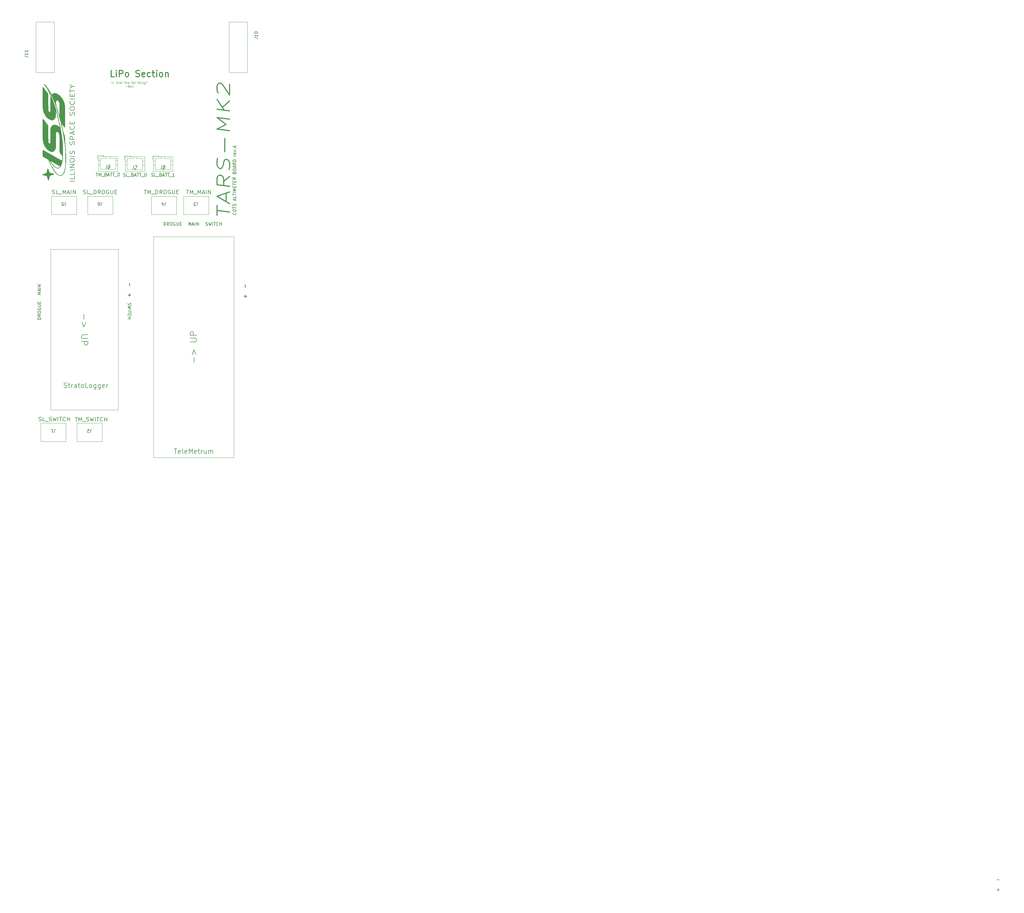
<source format=gbr>
%TF.GenerationSoftware,KiCad,Pcbnew,5.1.9-73d0e3b20d~88~ubuntu20.04.1*%
%TF.CreationDate,2021-04-18T23:10:17-05:00*%
%TF.ProjectId,COTS,434f5453-2e6b-4696-9361-645f70636258,rev?*%
%TF.SameCoordinates,Original*%
%TF.FileFunction,Legend,Top*%
%TF.FilePolarity,Positive*%
%FSLAX46Y46*%
G04 Gerber Fmt 4.6, Leading zero omitted, Abs format (unit mm)*
G04 Created by KiCad (PCBNEW 5.1.9-73d0e3b20d~88~ubuntu20.04.1) date 2021-04-18 23:10:17*
%MOMM*%
%LPD*%
G01*
G04 APERTURE LIST*
%ADD10C,0.120000*%
%ADD11C,0.300000*%
%ADD12C,0.350000*%
%ADD13C,0.130000*%
%ADD14C,0.140000*%
%ADD15C,0.100000*%
%ADD16C,0.010000*%
%ADD17C,0.150000*%
%ADD18C,0.250000*%
%ADD19C,0.180000*%
G04 APERTURE END LIST*
D10*
X189806666Y-70481666D02*
X189806666Y-69781666D01*
X190106666Y-70448333D02*
X190173333Y-70481666D01*
X190306666Y-70481666D01*
X190373333Y-70448333D01*
X190406666Y-70381666D01*
X190406666Y-70348333D01*
X190373333Y-70281666D01*
X190306666Y-70248333D01*
X190206666Y-70248333D01*
X190140000Y-70215000D01*
X190106666Y-70148333D01*
X190106666Y-70115000D01*
X190140000Y-70048333D01*
X190206666Y-70015000D01*
X190306666Y-70015000D01*
X190373333Y-70048333D01*
X191140000Y-70015000D02*
X191406666Y-70015000D01*
X191240000Y-69781666D02*
X191240000Y-70381666D01*
X191273333Y-70448333D01*
X191340000Y-70481666D01*
X191406666Y-70481666D01*
X191640000Y-70481666D02*
X191640000Y-69781666D01*
X191940000Y-70481666D02*
X191940000Y-70115000D01*
X191906666Y-70048333D01*
X191840000Y-70015000D01*
X191740000Y-70015000D01*
X191673333Y-70048333D01*
X191640000Y-70081666D01*
X192573333Y-70481666D02*
X192573333Y-70115000D01*
X192540000Y-70048333D01*
X192473333Y-70015000D01*
X192340000Y-70015000D01*
X192273333Y-70048333D01*
X192573333Y-70448333D02*
X192506666Y-70481666D01*
X192340000Y-70481666D01*
X192273333Y-70448333D01*
X192240000Y-70381666D01*
X192240000Y-70315000D01*
X192273333Y-70248333D01*
X192340000Y-70215000D01*
X192506666Y-70215000D01*
X192573333Y-70181666D01*
X192806666Y-70015000D02*
X193073333Y-70015000D01*
X192906666Y-69781666D02*
X192906666Y-70381666D01*
X192940000Y-70448333D01*
X193006666Y-70481666D01*
X193073333Y-70481666D01*
X193740000Y-70015000D02*
X194006666Y-70015000D01*
X193840000Y-69781666D02*
X193840000Y-70381666D01*
X193873333Y-70448333D01*
X193940000Y-70481666D01*
X194006666Y-70481666D01*
X194240000Y-70481666D02*
X194240000Y-69781666D01*
X194540000Y-70481666D02*
X194540000Y-70115000D01*
X194506666Y-70048333D01*
X194440000Y-70015000D01*
X194340000Y-70015000D01*
X194273333Y-70048333D01*
X194240000Y-70081666D01*
X195140000Y-70448333D02*
X195073333Y-70481666D01*
X194940000Y-70481666D01*
X194873333Y-70448333D01*
X194840000Y-70381666D01*
X194840000Y-70115000D01*
X194873333Y-70048333D01*
X194940000Y-70015000D01*
X195073333Y-70015000D01*
X195140000Y-70048333D01*
X195173333Y-70115000D01*
X195173333Y-70181666D01*
X194840000Y-70248333D01*
X195906666Y-70015000D02*
X196173333Y-70015000D01*
X196006666Y-70481666D02*
X196006666Y-69881666D01*
X196040000Y-69815000D01*
X196106666Y-69781666D01*
X196173333Y-69781666D01*
X196706666Y-70481666D02*
X196706666Y-70115000D01*
X196673333Y-70048333D01*
X196606666Y-70015000D01*
X196473333Y-70015000D01*
X196406666Y-70048333D01*
X196706666Y-70448333D02*
X196640000Y-70481666D01*
X196473333Y-70481666D01*
X196406666Y-70448333D01*
X196373333Y-70381666D01*
X196373333Y-70315000D01*
X196406666Y-70248333D01*
X196473333Y-70215000D01*
X196640000Y-70215000D01*
X196706666Y-70181666D01*
X196940000Y-70015000D02*
X197206666Y-70015000D01*
X197040000Y-69781666D02*
X197040000Y-70381666D01*
X197073333Y-70448333D01*
X197140000Y-70481666D01*
X197206666Y-70481666D01*
X197873333Y-70015000D02*
X198140000Y-70015000D01*
X197973333Y-69781666D02*
X197973333Y-70381666D01*
X198006666Y-70448333D01*
X198073333Y-70481666D01*
X198140000Y-70481666D01*
X198373333Y-70481666D02*
X198373333Y-69781666D01*
X198673333Y-70481666D02*
X198673333Y-70115000D01*
X198640000Y-70048333D01*
X198573333Y-70015000D01*
X198473333Y-70015000D01*
X198406666Y-70048333D01*
X198373333Y-70081666D01*
X199006666Y-70481666D02*
X199006666Y-70015000D01*
X199006666Y-69781666D02*
X198973333Y-69815000D01*
X199006666Y-69848333D01*
X199040000Y-69815000D01*
X199006666Y-69781666D01*
X199006666Y-69848333D01*
X199340000Y-70015000D02*
X199340000Y-70481666D01*
X199340000Y-70081666D02*
X199373333Y-70048333D01*
X199440000Y-70015000D01*
X199540000Y-70015000D01*
X199606666Y-70048333D01*
X199640000Y-70115000D01*
X199640000Y-70481666D01*
X200273333Y-70015000D02*
X200273333Y-70581666D01*
X200240000Y-70648333D01*
X200206666Y-70681666D01*
X200140000Y-70715000D01*
X200040000Y-70715000D01*
X199973333Y-70681666D01*
X200273333Y-70448333D02*
X200206666Y-70481666D01*
X200073333Y-70481666D01*
X200006666Y-70448333D01*
X199973333Y-70415000D01*
X199940000Y-70348333D01*
X199940000Y-70148333D01*
X199973333Y-70081666D01*
X200006666Y-70048333D01*
X200073333Y-70015000D01*
X200206666Y-70015000D01*
X200273333Y-70048333D01*
X200706666Y-70415000D02*
X200740000Y-70448333D01*
X200706666Y-70481666D01*
X200673333Y-70448333D01*
X200706666Y-70415000D01*
X200706666Y-70481666D01*
X200573333Y-69815000D02*
X200640000Y-69781666D01*
X200806666Y-69781666D01*
X200873333Y-69815000D01*
X200906666Y-69881666D01*
X200906666Y-69948333D01*
X200873333Y-70015000D01*
X200840000Y-70048333D01*
X200773333Y-70081666D01*
X200740000Y-70115000D01*
X200706666Y-70181666D01*
X200706666Y-70215000D01*
X194106666Y-71385000D02*
X194640000Y-71385000D01*
X195206666Y-71285000D02*
X195306666Y-71318333D01*
X195340000Y-71351666D01*
X195373333Y-71418333D01*
X195373333Y-71518333D01*
X195340000Y-71585000D01*
X195306666Y-71618333D01*
X195240000Y-71651666D01*
X194973333Y-71651666D01*
X194973333Y-70951666D01*
X195206666Y-70951666D01*
X195273333Y-70985000D01*
X195306666Y-71018333D01*
X195340000Y-71085000D01*
X195340000Y-71151666D01*
X195306666Y-71218333D01*
X195273333Y-71251666D01*
X195206666Y-71285000D01*
X194973333Y-71285000D01*
X195940000Y-71618333D02*
X195873333Y-71651666D01*
X195740000Y-71651666D01*
X195673333Y-71618333D01*
X195640000Y-71551666D01*
X195640000Y-71285000D01*
X195673333Y-71218333D01*
X195740000Y-71185000D01*
X195873333Y-71185000D01*
X195940000Y-71218333D01*
X195973333Y-71285000D01*
X195973333Y-71351666D01*
X195640000Y-71418333D01*
X196273333Y-71185000D02*
X196273333Y-71651666D01*
X196273333Y-71251666D02*
X196306666Y-71218333D01*
X196373333Y-71185000D01*
X196473333Y-71185000D01*
X196540000Y-71218333D01*
X196573333Y-71285000D01*
X196573333Y-71651666D01*
D11*
X190562380Y-68272761D02*
X189610000Y-68272761D01*
X189610000Y-66272761D01*
X191229047Y-68272761D02*
X191229047Y-66939428D01*
X191229047Y-66272761D02*
X191133809Y-66368000D01*
X191229047Y-66463238D01*
X191324285Y-66368000D01*
X191229047Y-66272761D01*
X191229047Y-66463238D01*
X192181428Y-68272761D02*
X192181428Y-66272761D01*
X192943333Y-66272761D01*
X193133809Y-66368000D01*
X193229047Y-66463238D01*
X193324285Y-66653714D01*
X193324285Y-66939428D01*
X193229047Y-67129904D01*
X193133809Y-67225142D01*
X192943333Y-67320380D01*
X192181428Y-67320380D01*
X194467142Y-68272761D02*
X194276666Y-68177523D01*
X194181428Y-68082285D01*
X194086190Y-67891809D01*
X194086190Y-67320380D01*
X194181428Y-67129904D01*
X194276666Y-67034666D01*
X194467142Y-66939428D01*
X194752857Y-66939428D01*
X194943333Y-67034666D01*
X195038571Y-67129904D01*
X195133809Y-67320380D01*
X195133809Y-67891809D01*
X195038571Y-68082285D01*
X194943333Y-68177523D01*
X194752857Y-68272761D01*
X194467142Y-68272761D01*
X197419523Y-68177523D02*
X197705238Y-68272761D01*
X198181428Y-68272761D01*
X198371904Y-68177523D01*
X198467142Y-68082285D01*
X198562380Y-67891809D01*
X198562380Y-67701333D01*
X198467142Y-67510857D01*
X198371904Y-67415619D01*
X198181428Y-67320380D01*
X197800476Y-67225142D01*
X197610000Y-67129904D01*
X197514761Y-67034666D01*
X197419523Y-66844190D01*
X197419523Y-66653714D01*
X197514761Y-66463238D01*
X197610000Y-66368000D01*
X197800476Y-66272761D01*
X198276666Y-66272761D01*
X198562380Y-66368000D01*
X200181428Y-68177523D02*
X199990952Y-68272761D01*
X199610000Y-68272761D01*
X199419523Y-68177523D01*
X199324285Y-67987047D01*
X199324285Y-67225142D01*
X199419523Y-67034666D01*
X199610000Y-66939428D01*
X199990952Y-66939428D01*
X200181428Y-67034666D01*
X200276666Y-67225142D01*
X200276666Y-67415619D01*
X199324285Y-67606095D01*
X201990952Y-68177523D02*
X201800476Y-68272761D01*
X201419523Y-68272761D01*
X201229047Y-68177523D01*
X201133809Y-68082285D01*
X201038571Y-67891809D01*
X201038571Y-67320380D01*
X201133809Y-67129904D01*
X201229047Y-67034666D01*
X201419523Y-66939428D01*
X201800476Y-66939428D01*
X201990952Y-67034666D01*
X202562380Y-66939428D02*
X203324285Y-66939428D01*
X202848095Y-66272761D02*
X202848095Y-67987047D01*
X202943333Y-68177523D01*
X203133809Y-68272761D01*
X203324285Y-68272761D01*
X203990952Y-68272761D02*
X203990952Y-66939428D01*
X203990952Y-66272761D02*
X203895714Y-66368000D01*
X203990952Y-66463238D01*
X204086190Y-66368000D01*
X203990952Y-66272761D01*
X203990952Y-66463238D01*
X205229047Y-68272761D02*
X205038571Y-68177523D01*
X204943333Y-68082285D01*
X204848095Y-67891809D01*
X204848095Y-67320380D01*
X204943333Y-67129904D01*
X205038571Y-67034666D01*
X205229047Y-66939428D01*
X205514761Y-66939428D01*
X205705238Y-67034666D01*
X205800476Y-67129904D01*
X205895714Y-67320380D01*
X205895714Y-67891809D01*
X205800476Y-68082285D01*
X205705238Y-68177523D01*
X205514761Y-68272761D01*
X205229047Y-68272761D01*
X206752857Y-66939428D02*
X206752857Y-68272761D01*
X206752857Y-67129904D02*
X206848095Y-67034666D01*
X207038571Y-66939428D01*
X207324285Y-66939428D01*
X207514761Y-67034666D01*
X207610000Y-67225142D01*
X207610000Y-68272761D01*
D12*
X223059523Y-112103913D02*
X223059523Y-108961056D01*
X227059523Y-111032485D02*
X223059523Y-110532485D01*
X225916666Y-107746770D02*
X225916666Y-105127723D01*
X227059523Y-108413437D02*
X223059523Y-106080104D01*
X227059523Y-104746770D01*
X227059523Y-99770580D02*
X225154761Y-101365818D01*
X227059523Y-102913437D02*
X223059523Y-102413437D01*
X223059523Y-100318199D01*
X223250000Y-99818199D01*
X223440476Y-99580104D01*
X223821428Y-99365818D01*
X224392857Y-99437247D01*
X224773809Y-99746770D01*
X224964285Y-100032485D01*
X225154761Y-100580104D01*
X225154761Y-102675342D01*
X226869047Y-97651532D02*
X227059523Y-96889627D01*
X227059523Y-95580104D01*
X226869047Y-95032485D01*
X226678571Y-94746770D01*
X226297619Y-94437247D01*
X225916666Y-94389627D01*
X225535714Y-94603913D01*
X225345238Y-94842008D01*
X225154761Y-95342008D01*
X224964285Y-96365818D01*
X224773809Y-96865818D01*
X224583333Y-97103913D01*
X224202380Y-97318199D01*
X223821428Y-97270580D01*
X223440476Y-96961056D01*
X223250000Y-96675342D01*
X223059523Y-96127723D01*
X223059523Y-94818199D01*
X223250000Y-94056294D01*
X225535714Y-91984866D02*
X225535714Y-87794389D01*
X227059523Y-85365818D02*
X223059523Y-84865818D01*
X225916666Y-83389627D01*
X223059523Y-81199151D01*
X227059523Y-81699151D01*
X227059523Y-79080104D02*
X223059523Y-78580104D01*
X227059523Y-75937247D02*
X224773809Y-78008675D01*
X223059523Y-75437247D02*
X225345238Y-78865818D01*
X223440476Y-73389627D02*
X223250000Y-73103913D01*
X223059523Y-72556294D01*
X223059523Y-71246770D01*
X223250000Y-70746770D01*
X223440476Y-70508675D01*
X223821428Y-70294389D01*
X224202380Y-70342008D01*
X224773809Y-70675342D01*
X227059523Y-74103913D01*
X227059523Y-70699151D01*
D13*
X228957142Y-111348360D02*
X229004761Y-111401931D01*
X229052380Y-111550741D01*
X229052380Y-111645979D01*
X229004761Y-111782883D01*
X228909523Y-111866217D01*
X228814285Y-111901931D01*
X228623809Y-111925741D01*
X228480952Y-111907883D01*
X228290476Y-111836455D01*
X228195238Y-111776931D01*
X228100000Y-111669788D01*
X228052380Y-111520979D01*
X228052380Y-111425741D01*
X228100000Y-111288836D01*
X228147619Y-111247169D01*
X228052380Y-110616217D02*
X228052380Y-110425741D01*
X228100000Y-110336455D01*
X228195238Y-110253122D01*
X228385714Y-110229312D01*
X228719047Y-110270979D01*
X228909523Y-110342407D01*
X229004761Y-110449550D01*
X229052380Y-110550741D01*
X229052380Y-110741217D01*
X229004761Y-110830502D01*
X228909523Y-110913836D01*
X228719047Y-110937645D01*
X228385714Y-110895979D01*
X228195238Y-110824550D01*
X228100000Y-110717407D01*
X228052380Y-110616217D01*
X228052380Y-109901931D02*
X228052380Y-109330502D01*
X229052380Y-109741217D02*
X228052380Y-109616217D01*
X229004761Y-109163836D02*
X229052380Y-109026931D01*
X229052380Y-108788836D01*
X229004761Y-108687645D01*
X228957142Y-108634074D01*
X228861904Y-108574550D01*
X228766666Y-108562645D01*
X228671428Y-108598360D01*
X228623809Y-108640026D01*
X228576190Y-108729312D01*
X228528571Y-108913836D01*
X228480952Y-109003122D01*
X228433333Y-109044788D01*
X228338095Y-109080502D01*
X228242857Y-109068598D01*
X228147619Y-109009074D01*
X228100000Y-108955502D01*
X228052380Y-108854312D01*
X228052380Y-108616217D01*
X228100000Y-108479312D01*
X228766666Y-107419788D02*
X228766666Y-106943598D01*
X229052380Y-107550741D02*
X228052380Y-107092407D01*
X229052380Y-106884074D01*
X229052380Y-106074550D02*
X229052380Y-106550741D01*
X228052380Y-106425741D01*
X228052380Y-105759074D02*
X228052380Y-105187645D01*
X229052380Y-105598360D02*
X228052380Y-105473360D01*
X229052380Y-104979312D02*
X228052380Y-104854312D01*
X229052380Y-104503122D02*
X228052380Y-104378122D01*
X228766666Y-104134074D01*
X228052380Y-103711455D01*
X229052380Y-103836455D01*
X228528571Y-103294788D02*
X228528571Y-102961455D01*
X229052380Y-102884074D02*
X229052380Y-103360264D01*
X228052380Y-103235264D01*
X228052380Y-102759074D01*
X228052380Y-102473360D02*
X228052380Y-101901931D01*
X229052380Y-102312645D02*
X228052380Y-102187645D01*
X228528571Y-101628122D02*
X228528571Y-101294788D01*
X229052380Y-101217407D02*
X229052380Y-101693598D01*
X228052380Y-101568598D01*
X228052380Y-101092407D01*
X229052380Y-100217407D02*
X228576190Y-100491217D01*
X229052380Y-100788836D02*
X228052380Y-100663836D01*
X228052380Y-100282883D01*
X228100000Y-100193598D01*
X228147619Y-100151931D01*
X228242857Y-100116217D01*
X228385714Y-100134074D01*
X228480952Y-100193598D01*
X228528571Y-100247169D01*
X228576190Y-100348360D01*
X228576190Y-100729312D01*
X228528571Y-98628122D02*
X228576190Y-98491217D01*
X228623809Y-98449550D01*
X228719047Y-98413836D01*
X228861904Y-98431693D01*
X228957142Y-98491217D01*
X229004761Y-98544788D01*
X229052380Y-98645979D01*
X229052380Y-99026931D01*
X228052380Y-98901931D01*
X228052380Y-98568598D01*
X228100000Y-98479312D01*
X228147619Y-98437645D01*
X228242857Y-98401931D01*
X228338095Y-98413836D01*
X228433333Y-98473360D01*
X228480952Y-98526931D01*
X228528571Y-98628122D01*
X228528571Y-98961455D01*
X228052380Y-97711455D02*
X228052380Y-97520979D01*
X228100000Y-97431693D01*
X228195238Y-97348360D01*
X228385714Y-97324550D01*
X228719047Y-97366217D01*
X228909523Y-97437645D01*
X229004761Y-97544788D01*
X229052380Y-97645979D01*
X229052380Y-97836455D01*
X229004761Y-97925741D01*
X228909523Y-98009074D01*
X228719047Y-98032883D01*
X228385714Y-97991217D01*
X228195238Y-97919788D01*
X228100000Y-97812645D01*
X228052380Y-97711455D01*
X228766666Y-96991217D02*
X228766666Y-96515026D01*
X229052380Y-97122169D02*
X228052380Y-96663836D01*
X229052380Y-96455502D01*
X229052380Y-95550741D02*
X228576190Y-95824550D01*
X229052380Y-96122169D02*
X228052380Y-95997169D01*
X228052380Y-95616217D01*
X228100000Y-95526931D01*
X228147619Y-95485264D01*
X228242857Y-95449550D01*
X228385714Y-95467407D01*
X228480952Y-95526931D01*
X228528571Y-95580502D01*
X228576190Y-95681693D01*
X228576190Y-96062645D01*
X229052380Y-95122169D02*
X228052380Y-94997169D01*
X228052380Y-94759074D01*
X228100000Y-94622169D01*
X228195238Y-94538836D01*
X228290476Y-94503122D01*
X228480952Y-94479312D01*
X228623809Y-94497169D01*
X228814285Y-94568598D01*
X228909523Y-94628122D01*
X229004761Y-94735264D01*
X229052380Y-94884074D01*
X229052380Y-95122169D01*
X229052380Y-93360264D02*
X228385714Y-93276931D01*
X228576190Y-93300741D02*
X228480952Y-93241217D01*
X228433333Y-93187645D01*
X228385714Y-93086455D01*
X228385714Y-92991217D01*
X229004761Y-92354312D02*
X229052380Y-92455502D01*
X229052380Y-92645979D01*
X229004761Y-92735264D01*
X228909523Y-92770979D01*
X228528571Y-92723360D01*
X228433333Y-92663836D01*
X228385714Y-92562645D01*
X228385714Y-92372169D01*
X228433333Y-92282883D01*
X228528571Y-92247169D01*
X228623809Y-92259074D01*
X228719047Y-92747169D01*
X228385714Y-91895979D02*
X229052380Y-91741217D01*
X228385714Y-91419788D01*
X228957142Y-91110264D02*
X229004761Y-91068598D01*
X229052380Y-91122169D01*
X229004761Y-91163836D01*
X228957142Y-91110264D01*
X229052380Y-91122169D01*
X228766666Y-90657883D02*
X228766666Y-90181693D01*
X229052380Y-90788836D02*
X228052380Y-90330502D01*
X229052380Y-90122169D01*
D14*
X177973333Y-101368571D02*
X176573333Y-101368571D01*
X177973333Y-99749523D02*
X177973333Y-100559047D01*
X176573333Y-100559047D01*
X177973333Y-98373333D02*
X177973333Y-99182857D01*
X176573333Y-99182857D01*
X177973333Y-97806666D02*
X176573333Y-97806666D01*
X177973333Y-96997142D02*
X176573333Y-96997142D01*
X177973333Y-96025714D01*
X176573333Y-96025714D01*
X176573333Y-94892380D02*
X176573333Y-94568571D01*
X176640000Y-94406666D01*
X176773333Y-94244761D01*
X177040000Y-94163809D01*
X177506666Y-94163809D01*
X177773333Y-94244761D01*
X177906666Y-94406666D01*
X177973333Y-94568571D01*
X177973333Y-94892380D01*
X177906666Y-95054285D01*
X177773333Y-95216190D01*
X177506666Y-95297142D01*
X177040000Y-95297142D01*
X176773333Y-95216190D01*
X176640000Y-95054285D01*
X176573333Y-94892380D01*
X177973333Y-93435238D02*
X176573333Y-93435238D01*
X177906666Y-92706666D02*
X177973333Y-92463809D01*
X177973333Y-92059047D01*
X177906666Y-91897142D01*
X177840000Y-91816190D01*
X177706666Y-91735238D01*
X177573333Y-91735238D01*
X177440000Y-91816190D01*
X177373333Y-91897142D01*
X177306666Y-92059047D01*
X177240000Y-92382857D01*
X177173333Y-92544761D01*
X177106666Y-92625714D01*
X176973333Y-92706666D01*
X176840000Y-92706666D01*
X176706666Y-92625714D01*
X176640000Y-92544761D01*
X176573333Y-92382857D01*
X176573333Y-91978095D01*
X176640000Y-91735238D01*
X177906666Y-89792380D02*
X177973333Y-89549523D01*
X177973333Y-89144761D01*
X177906666Y-88982857D01*
X177840000Y-88901904D01*
X177706666Y-88820952D01*
X177573333Y-88820952D01*
X177440000Y-88901904D01*
X177373333Y-88982857D01*
X177306666Y-89144761D01*
X177240000Y-89468571D01*
X177173333Y-89630476D01*
X177106666Y-89711428D01*
X176973333Y-89792380D01*
X176840000Y-89792380D01*
X176706666Y-89711428D01*
X176640000Y-89630476D01*
X176573333Y-89468571D01*
X176573333Y-89063809D01*
X176640000Y-88820952D01*
X177973333Y-88092380D02*
X176573333Y-88092380D01*
X176573333Y-87444761D01*
X176640000Y-87282857D01*
X176706666Y-87201904D01*
X176840000Y-87120952D01*
X177040000Y-87120952D01*
X177173333Y-87201904D01*
X177240000Y-87282857D01*
X177306666Y-87444761D01*
X177306666Y-88092380D01*
X177573333Y-86473333D02*
X177573333Y-85663809D01*
X177973333Y-86635238D02*
X176573333Y-86068571D01*
X177973333Y-85501904D01*
X177840000Y-83963809D02*
X177906666Y-84044761D01*
X177973333Y-84287619D01*
X177973333Y-84449523D01*
X177906666Y-84692380D01*
X177773333Y-84854285D01*
X177640000Y-84935238D01*
X177373333Y-85016190D01*
X177173333Y-85016190D01*
X176906666Y-84935238D01*
X176773333Y-84854285D01*
X176640000Y-84692380D01*
X176573333Y-84449523D01*
X176573333Y-84287619D01*
X176640000Y-84044761D01*
X176706666Y-83963809D01*
X177240000Y-83235238D02*
X177240000Y-82668571D01*
X177973333Y-82425714D02*
X177973333Y-83235238D01*
X176573333Y-83235238D01*
X176573333Y-82425714D01*
X177906666Y-80482857D02*
X177973333Y-80240000D01*
X177973333Y-79835238D01*
X177906666Y-79673333D01*
X177840000Y-79592380D01*
X177706666Y-79511428D01*
X177573333Y-79511428D01*
X177440000Y-79592380D01*
X177373333Y-79673333D01*
X177306666Y-79835238D01*
X177240000Y-80159047D01*
X177173333Y-80320952D01*
X177106666Y-80401904D01*
X176973333Y-80482857D01*
X176840000Y-80482857D01*
X176706666Y-80401904D01*
X176640000Y-80320952D01*
X176573333Y-80159047D01*
X176573333Y-79754285D01*
X176640000Y-79511428D01*
X176573333Y-78459047D02*
X176573333Y-78135238D01*
X176640000Y-77973333D01*
X176773333Y-77811428D01*
X177040000Y-77730476D01*
X177506666Y-77730476D01*
X177773333Y-77811428D01*
X177906666Y-77973333D01*
X177973333Y-78135238D01*
X177973333Y-78459047D01*
X177906666Y-78620952D01*
X177773333Y-78782857D01*
X177506666Y-78863809D01*
X177040000Y-78863809D01*
X176773333Y-78782857D01*
X176640000Y-78620952D01*
X176573333Y-78459047D01*
X177840000Y-76030476D02*
X177906666Y-76111428D01*
X177973333Y-76354285D01*
X177973333Y-76516190D01*
X177906666Y-76759047D01*
X177773333Y-76920952D01*
X177640000Y-77001904D01*
X177373333Y-77082857D01*
X177173333Y-77082857D01*
X176906666Y-77001904D01*
X176773333Y-76920952D01*
X176640000Y-76759047D01*
X176573333Y-76516190D01*
X176573333Y-76354285D01*
X176640000Y-76111428D01*
X176706666Y-76030476D01*
X177973333Y-75301904D02*
X176573333Y-75301904D01*
X177240000Y-74492380D02*
X177240000Y-73925714D01*
X177973333Y-73682857D02*
X177973333Y-74492380D01*
X176573333Y-74492380D01*
X176573333Y-73682857D01*
X176573333Y-73197142D02*
X176573333Y-72225714D01*
X177973333Y-72711428D02*
X176573333Y-72711428D01*
X177306666Y-71335238D02*
X177973333Y-71335238D01*
X176573333Y-71901904D02*
X177306666Y-71335238D01*
X176573333Y-70768571D01*
D15*
%TO.C,G\u002A\u002A\u002A*%
G36*
X169181720Y-98677840D02*
G01*
X169542400Y-97285920D01*
X170065640Y-98627040D01*
X171447400Y-99048680D01*
X170131680Y-99551600D01*
X169760840Y-101014640D01*
X169257920Y-99622720D01*
X167805040Y-99236640D01*
X169181720Y-98677840D01*
G37*
X169181720Y-98677840D02*
X169542400Y-97285920D01*
X170065640Y-98627040D01*
X171447400Y-99048680D01*
X170131680Y-99551600D01*
X169760840Y-101014640D01*
X169257920Y-99622720D01*
X167805040Y-99236640D01*
X169181720Y-98677840D01*
D16*
G36*
X168109571Y-91523623D02*
G01*
X168218909Y-91568572D01*
X168298439Y-91605729D01*
X168315384Y-91615586D01*
X168366629Y-91646063D01*
X168467194Y-91702293D01*
X168597404Y-91773311D01*
X168628000Y-91789790D01*
X168769495Y-91869082D01*
X168892182Y-91943613D01*
X168972542Y-91998996D01*
X168979692Y-92004938D01*
X169056058Y-92057053D01*
X169176093Y-92124068D01*
X169292307Y-92181289D01*
X169436926Y-92252665D01*
X169616061Y-92347677D01*
X169797585Y-92449137D01*
X169850352Y-92479819D01*
X169990979Y-92561529D01*
X170104645Y-92625680D01*
X170175805Y-92663599D01*
X170191517Y-92670154D01*
X170231180Y-92689391D01*
X170316939Y-92739489D01*
X170415010Y-92800083D01*
X170542961Y-92877692D01*
X170711630Y-92975752D01*
X170892766Y-93077956D01*
X170972615Y-93121937D01*
X171129557Y-93208121D01*
X171267541Y-93284868D01*
X171367611Y-93341585D01*
X171402461Y-93362145D01*
X171499566Y-93418330D01*
X171578307Y-93460563D01*
X171745262Y-93549535D01*
X171951391Y-93664175D01*
X172169442Y-93788972D01*
X172372165Y-93908415D01*
X172474397Y-93970619D01*
X172628072Y-94061929D01*
X172784659Y-94148900D01*
X172904243Y-94209764D01*
X173013413Y-94265150D01*
X173166349Y-94348277D01*
X173339961Y-94446405D01*
X173461597Y-94517297D01*
X173616550Y-94607001D01*
X173748023Y-94679587D01*
X173840879Y-94726921D01*
X173878417Y-94741231D01*
X173925097Y-94771987D01*
X173934520Y-94790077D01*
X173962171Y-94815605D01*
X174010175Y-94780308D01*
X174050200Y-94702351D01*
X174089361Y-94556425D01*
X174125807Y-94352709D01*
X174157685Y-94101383D01*
X174181089Y-93840886D01*
X174191071Y-93665202D01*
X174187875Y-93540841D01*
X174168597Y-93441650D01*
X174130337Y-93341477D01*
X174124141Y-93327729D01*
X174065455Y-93219181D01*
X174007471Y-93143524D01*
X173982663Y-93125377D01*
X173930205Y-93084867D01*
X173922923Y-93063485D01*
X173900718Y-93018739D01*
X173840209Y-92925410D01*
X173750553Y-92797004D01*
X173640909Y-92647029D01*
X173637290Y-92642182D01*
X173523343Y-92488912D01*
X173424537Y-92354626D01*
X173351491Y-92253849D01*
X173314905Y-92201231D01*
X173307913Y-92151982D01*
X173300831Y-92029684D01*
X173293765Y-91839439D01*
X173286821Y-91586352D01*
X173280106Y-91275527D01*
X173273726Y-90912066D01*
X173267787Y-90501074D01*
X173262396Y-90047655D01*
X173257660Y-89556912D01*
X173256259Y-89387693D01*
X173251943Y-88855403D01*
X173247931Y-88395461D01*
X173244030Y-88002063D01*
X173240047Y-87669404D01*
X173235787Y-87391679D01*
X173231058Y-87163084D01*
X173225665Y-86977815D01*
X173219415Y-86830067D01*
X173212115Y-86714035D01*
X173203571Y-86623916D01*
X173193589Y-86553905D01*
X173181976Y-86498197D01*
X173168538Y-86450989D01*
X173157209Y-86417846D01*
X173035442Y-86127704D01*
X172903865Y-85912226D01*
X172759232Y-85768200D01*
X172598294Y-85692413D01*
X172417807Y-85681651D01*
X172413751Y-85682103D01*
X172330853Y-85709518D01*
X172259509Y-85781686D01*
X172204594Y-85870769D01*
X172107284Y-86046616D01*
X172083620Y-88371693D01*
X172078594Y-88857248D01*
X172073985Y-89271260D01*
X172069517Y-89620338D01*
X172064911Y-89911089D01*
X172059890Y-90150122D01*
X172054175Y-90344044D01*
X172047489Y-90499464D01*
X172039554Y-90622990D01*
X172030093Y-90721229D01*
X172018826Y-90800790D01*
X172005477Y-90868281D01*
X171989768Y-90930309D01*
X171973702Y-90985853D01*
X171845172Y-91327539D01*
X171684520Y-91598238D01*
X171491417Y-91798360D01*
X171265531Y-91928313D01*
X171189664Y-91954162D01*
X170924351Y-91992248D01*
X170636020Y-91962989D01*
X170332613Y-91870802D01*
X170022067Y-91720103D01*
X169712323Y-91515309D01*
X169411319Y-91260836D01*
X169126996Y-90961101D01*
X168914697Y-90688624D01*
X168607867Y-90206422D01*
X168363958Y-89706356D01*
X168176953Y-89173615D01*
X168040831Y-88593390D01*
X168023442Y-88495576D01*
X168009199Y-88409044D01*
X167996767Y-88323695D01*
X167986025Y-88233810D01*
X167976848Y-88133666D01*
X167969115Y-88017542D01*
X167962703Y-87879717D01*
X167957488Y-87714470D01*
X167953349Y-87516079D01*
X167950161Y-87278823D01*
X167947803Y-86996981D01*
X167946151Y-86664832D01*
X167945083Y-86276655D01*
X167944477Y-85826727D01*
X167944208Y-85309329D01*
X167944154Y-84801582D01*
X167944452Y-84183105D01*
X167945379Y-83639487D01*
X167946978Y-83167437D01*
X167949296Y-82763663D01*
X167952377Y-82424874D01*
X167956268Y-82147776D01*
X167961014Y-81929079D01*
X167966659Y-81765490D01*
X167973250Y-81653717D01*
X167980832Y-81590469D01*
X167988692Y-81572308D01*
X168007941Y-81572927D01*
X168027320Y-81580864D01*
X168054787Y-81605242D01*
X168098301Y-81655182D01*
X168165820Y-81739806D01*
X168265302Y-81868236D01*
X168401757Y-82045755D01*
X168605331Y-82311092D01*
X168766003Y-82521447D01*
X168888837Y-82683541D01*
X168978900Y-82804092D01*
X169041256Y-82889820D01*
X169077384Y-82942018D01*
X169127711Y-83012650D01*
X169211124Y-83124646D01*
X169312529Y-83257836D01*
X169350923Y-83307592D01*
X169453830Y-83443092D01*
X169542539Y-83564685D01*
X169602595Y-83652386D01*
X169614692Y-83672301D01*
X169624985Y-83708109D01*
X169633848Y-83779194D01*
X169641364Y-83890194D01*
X169647622Y-84045746D01*
X169652705Y-84250490D01*
X169656701Y-84509064D01*
X169659694Y-84826105D01*
X169661771Y-85206253D01*
X169663017Y-85654145D01*
X169663519Y-86174421D01*
X169663538Y-86312663D01*
X169663592Y-86849232D01*
X169664064Y-87313275D01*
X169665420Y-87710417D01*
X169668126Y-88046288D01*
X169672647Y-88326512D01*
X169679449Y-88556718D01*
X169688997Y-88742533D01*
X169701758Y-88889583D01*
X169718196Y-89003496D01*
X169738778Y-89089898D01*
X169763969Y-89154417D01*
X169794235Y-89202680D01*
X169830041Y-89240314D01*
X169871854Y-89272945D01*
X169910731Y-89299769D01*
X170041168Y-89366431D01*
X170158098Y-89386919D01*
X170243911Y-89360766D01*
X170277446Y-89309539D01*
X170308376Y-89246190D01*
X170332403Y-89231385D01*
X170339352Y-89193421D01*
X170345790Y-89083983D01*
X170351601Y-88909747D01*
X170356669Y-88677392D01*
X170360878Y-88393595D01*
X170364111Y-88065035D01*
X170366254Y-87698388D01*
X170367189Y-87300334D01*
X170367219Y-87228693D01*
X170367982Y-86828512D01*
X170370056Y-86442593D01*
X170373303Y-86079844D01*
X170377582Y-85749172D01*
X170382755Y-85459485D01*
X170388682Y-85219693D01*
X170395223Y-85038701D01*
X170402239Y-84925420D01*
X170403486Y-84913385D01*
X170473233Y-84542820D01*
X170589443Y-84217371D01*
X170747668Y-83942261D01*
X170943462Y-83722711D01*
X171172379Y-83563944D01*
X171429972Y-83471181D01*
X171651288Y-83448000D01*
X171802934Y-83463532D01*
X171990204Y-83505804D01*
X172196382Y-83568334D01*
X172404755Y-83644639D01*
X172598606Y-83728234D01*
X172761221Y-83812637D01*
X172875885Y-83891365D01*
X172918634Y-83939565D01*
X172970590Y-83988772D01*
X172994927Y-83995077D01*
X173049004Y-84020336D01*
X173129990Y-84083553D01*
X173159300Y-84110736D01*
X173244416Y-84184749D01*
X173302768Y-84211489D01*
X173335668Y-84185680D01*
X173344427Y-84102047D01*
X173330357Y-83955316D01*
X173294770Y-83740211D01*
X173276146Y-83640845D01*
X173219889Y-83347334D01*
X173175792Y-83118652D01*
X173141487Y-82942837D01*
X173114604Y-82807926D01*
X173092773Y-82701957D01*
X173073624Y-82612969D01*
X173063792Y-82568769D01*
X173031620Y-82425685D01*
X172996311Y-82268797D01*
X172989063Y-82236616D01*
X172955871Y-82097073D01*
X172913429Y-81928695D01*
X172886520Y-81826308D01*
X172860049Y-81725857D01*
X172817543Y-81562338D01*
X172762269Y-81348415D01*
X172697491Y-81096754D01*
X172626476Y-80820020D01*
X172553995Y-80536769D01*
X172459914Y-80170768D01*
X172382156Y-79873905D01*
X172318651Y-79639358D01*
X172267328Y-79460307D01*
X172226114Y-79329931D01*
X172192939Y-79241410D01*
X172165731Y-79187923D01*
X172142419Y-79162649D01*
X172135728Y-79159499D01*
X172122165Y-79192729D01*
X172108414Y-79295509D01*
X172095177Y-79459240D01*
X172083159Y-79675325D01*
X172073547Y-79920132D01*
X172066769Y-80095572D01*
X172066769Y-79071385D01*
X172086307Y-79051846D01*
X172066769Y-79032308D01*
X172047231Y-79051846D01*
X172066769Y-79071385D01*
X172066769Y-80095572D01*
X172061846Y-80222998D01*
X172047955Y-80462199D01*
X172030426Y-80652221D01*
X172007815Y-80807549D01*
X171978675Y-80942669D01*
X171967141Y-80986154D01*
X171844448Y-81326553D01*
X171685091Y-81598389D01*
X171491106Y-81800747D01*
X171264529Y-81932714D01*
X171007398Y-81993379D01*
X170721748Y-81981826D01*
X170409616Y-81897143D01*
X170171538Y-81791354D01*
X169895670Y-81640259D01*
X169668544Y-81489390D01*
X169465753Y-81319345D01*
X169262892Y-81110725D01*
X169144499Y-80974931D01*
X168898705Y-80657711D01*
X168670137Y-80310301D01*
X168469833Y-79952408D01*
X168308830Y-79603742D01*
X168198796Y-79286308D01*
X168155312Y-79128369D01*
X168117111Y-78986696D01*
X168083853Y-78855322D01*
X168055196Y-78728277D01*
X168030795Y-78599596D01*
X168010310Y-78463309D01*
X167993398Y-78313449D01*
X167979717Y-78144048D01*
X167968923Y-77949139D01*
X167960676Y-77722753D01*
X167954631Y-77458923D01*
X167950448Y-77151680D01*
X167947784Y-76795058D01*
X167946296Y-76383088D01*
X167945641Y-75909803D01*
X167945479Y-75369234D01*
X167945472Y-74870616D01*
X167945810Y-74373340D01*
X167946825Y-73898194D01*
X167948464Y-73451033D01*
X167950673Y-73037713D01*
X167953400Y-72664088D01*
X167956589Y-72336015D01*
X167960189Y-72059348D01*
X167964145Y-71839942D01*
X167968403Y-71683653D01*
X167972911Y-71596336D01*
X167975562Y-71579685D01*
X167996535Y-71565846D01*
X168030648Y-71580926D01*
X168084241Y-71631847D01*
X168163654Y-71725530D01*
X168275227Y-71868898D01*
X168425300Y-72068873D01*
X168432615Y-72078715D01*
X168519832Y-72193999D01*
X168630101Y-72336950D01*
X168725993Y-72459396D01*
X168840077Y-72606078D01*
X168958042Y-72761357D01*
X169038608Y-72870130D01*
X169140333Y-73007110D01*
X169260004Y-73164008D01*
X169341154Y-73268033D01*
X169424650Y-73378519D01*
X169484286Y-73466719D01*
X169507229Y-73513643D01*
X169507231Y-73513770D01*
X169533448Y-73564083D01*
X169585384Y-73620154D01*
X169600880Y-73635882D01*
X169614179Y-73656732D01*
X169625450Y-73688405D01*
X169634861Y-73736599D01*
X169642579Y-73807016D01*
X169648772Y-73905356D01*
X169653607Y-74037319D01*
X169657253Y-74208605D01*
X169659877Y-74424914D01*
X169661647Y-74691946D01*
X169662730Y-75015403D01*
X169663294Y-75400983D01*
X169663508Y-75854387D01*
X169663538Y-76276480D01*
X169663614Y-76819467D01*
X169664144Y-77289832D01*
X169665583Y-77693108D01*
X169668386Y-78034827D01*
X169673006Y-78320522D01*
X169679898Y-78555724D01*
X169689517Y-78745966D01*
X169702317Y-78896780D01*
X169718753Y-79013698D01*
X169739278Y-79102254D01*
X169764348Y-79167978D01*
X169794416Y-79216404D01*
X169829937Y-79253064D01*
X169871366Y-79283489D01*
X169912649Y-79309243D01*
X170064173Y-79373311D01*
X170195814Y-79373954D01*
X170295036Y-79311558D01*
X170306092Y-79297152D01*
X170319624Y-79270244D01*
X170331027Y-79227188D01*
X170340477Y-79161716D01*
X170348150Y-79067559D01*
X170354223Y-78938448D01*
X170358871Y-78768113D01*
X170362272Y-78550286D01*
X170364601Y-78278698D01*
X170366034Y-77947080D01*
X170366749Y-77549164D01*
X170366923Y-77133716D01*
X170367581Y-76613374D01*
X170369607Y-76167419D01*
X170373077Y-75792094D01*
X170378071Y-75483643D01*
X170384664Y-75238309D01*
X170392935Y-75052335D01*
X170402961Y-74921966D01*
X170414082Y-74846642D01*
X170452311Y-74640300D01*
X170462319Y-74463506D01*
X170440634Y-74294273D01*
X170383782Y-74110614D01*
X170288291Y-73890542D01*
X170250723Y-73812354D01*
X170081448Y-73465964D01*
X169942153Y-73182507D01*
X169829014Y-72954448D01*
X169738206Y-72774256D01*
X169665903Y-72634397D01*
X169608283Y-72527338D01*
X169561518Y-72445547D01*
X169533500Y-72399777D01*
X169473451Y-72301194D01*
X169435697Y-72232428D01*
X169429077Y-72215214D01*
X169407422Y-72162498D01*
X169347636Y-72058285D01*
X169257484Y-71914334D01*
X169145992Y-71744325D01*
X169145992Y-71567480D01*
X169152405Y-71529539D01*
X169130447Y-71463350D01*
X169072397Y-71375060D01*
X169057798Y-71357384D01*
X168996599Y-71294620D01*
X168962611Y-71276072D01*
X168960154Y-71281631D01*
X168984446Y-71335909D01*
X169032389Y-71396953D01*
X169095651Y-71476597D01*
X169126996Y-71531321D01*
X169145992Y-71567480D01*
X169145992Y-71744325D01*
X169144734Y-71742406D01*
X169017150Y-71554260D01*
X168882500Y-71361656D01*
X168748550Y-71176353D01*
X168698820Y-71109462D01*
X168556259Y-70914500D01*
X168456720Y-70767434D01*
X168402515Y-70671977D01*
X168395960Y-70631836D01*
X168400274Y-70630769D01*
X168483946Y-70661960D01*
X168603596Y-70750104D01*
X168751946Y-70887063D01*
X168921721Y-71064699D01*
X169105645Y-71274870D01*
X169296440Y-71509440D01*
X169486832Y-71760267D01*
X169669543Y-72019213D01*
X169750542Y-72141172D01*
X169885937Y-72351365D01*
X169996352Y-72528450D01*
X170097749Y-72699193D01*
X170206096Y-72890356D01*
X170312269Y-73082846D01*
X170455133Y-73341430D01*
X170566625Y-73537466D01*
X170651125Y-73677902D01*
X170713017Y-73769683D01*
X170756681Y-73819759D01*
X170786500Y-73835076D01*
X170786722Y-73835077D01*
X170845639Y-73807301D01*
X170921297Y-73738846D01*
X170935537Y-73722598D01*
X171025444Y-73644841D01*
X171155353Y-73565227D01*
X171247918Y-73521746D01*
X171512360Y-73455465D01*
X171802857Y-73456406D01*
X172112596Y-73520884D01*
X172434762Y-73645217D01*
X172762540Y-73825719D01*
X173089117Y-74058708D01*
X173407678Y-74340499D01*
X173711408Y-74667409D01*
X173959847Y-74987846D01*
X174076910Y-75160007D01*
X174184809Y-75337081D01*
X174292300Y-75535387D01*
X174408139Y-75771241D01*
X174541083Y-76060962D01*
X174567943Y-76121077D01*
X174627082Y-76268740D01*
X174690487Y-76450113D01*
X174748228Y-76634471D01*
X174790378Y-76791092D01*
X174801553Y-76844000D01*
X174827777Y-76961148D01*
X174857211Y-77056209D01*
X174858307Y-77058923D01*
X174878886Y-77116853D01*
X174897015Y-77187395D01*
X174912843Y-77275481D01*
X174926521Y-77386045D01*
X174938198Y-77524021D01*
X174948024Y-77694343D01*
X174956149Y-77901944D01*
X174962723Y-78151758D01*
X174967895Y-78448718D01*
X174971816Y-78797758D01*
X174974635Y-79203812D01*
X174976502Y-79671814D01*
X174977567Y-80206696D01*
X174977981Y-80813393D01*
X174978000Y-80999905D01*
X174977721Y-81500501D01*
X174976912Y-81978520D01*
X174975614Y-82428208D01*
X174973870Y-82843814D01*
X174971720Y-83219583D01*
X174969208Y-83549762D01*
X174966374Y-83828599D01*
X174963260Y-84050339D01*
X174959908Y-84209231D01*
X174956360Y-84299520D01*
X174953930Y-84318737D01*
X174919160Y-84302567D01*
X174848943Y-84234204D01*
X174753171Y-84125111D01*
X174641737Y-83986755D01*
X174524533Y-83830598D01*
X174485006Y-83775316D01*
X174406340Y-83668589D01*
X174298165Y-83527930D01*
X174180781Y-83379634D01*
X174151922Y-83343888D01*
X174050499Y-83213231D01*
X173968850Y-83097561D01*
X173919810Y-83015489D01*
X173912224Y-82996330D01*
X173899925Y-82983212D01*
X173890757Y-83036437D01*
X173888379Y-83083412D01*
X173895103Y-83186754D01*
X173916793Y-83343769D01*
X173949957Y-83532186D01*
X173986383Y-83708643D01*
X174030147Y-83908412D01*
X174070775Y-84098255D01*
X174103379Y-84255077D01*
X174121430Y-84346769D01*
X174157165Y-84538365D01*
X174200926Y-84770537D01*
X174245882Y-85007133D01*
X174272830Y-85147846D01*
X174301083Y-85269786D01*
X174343918Y-85427672D01*
X174383035Y-85558154D01*
X174469736Y-85837095D01*
X174531763Y-86046491D01*
X174570297Y-86190551D01*
X174586521Y-86273481D01*
X174587231Y-86285565D01*
X174609838Y-86334619D01*
X174626307Y-86339693D01*
X174658371Y-86372318D01*
X174665384Y-86415540D01*
X174681159Y-86488864D01*
X174699956Y-86512754D01*
X174732138Y-86563472D01*
X174755355Y-86642060D01*
X174780080Y-86752172D01*
X174814063Y-86883917D01*
X174820291Y-86906308D01*
X174856552Y-87049014D01*
X174886384Y-87202259D01*
X174910854Y-87377173D01*
X174931027Y-87584882D01*
X174947969Y-87836513D01*
X174962744Y-88143194D01*
X174976419Y-88516053D01*
X174977447Y-88547539D01*
X174988300Y-88847607D01*
X175001100Y-89145312D01*
X175014998Y-89424420D01*
X175029147Y-89668694D01*
X175042697Y-89861899D01*
X175050978Y-89954308D01*
X175093635Y-90376622D01*
X175139128Y-90847591D01*
X175184668Y-91337919D01*
X175216513Y-91693231D01*
X175229473Y-91884134D01*
X175240760Y-92136889D01*
X175250337Y-92440757D01*
X175258167Y-92785000D01*
X175264212Y-93158876D01*
X175268436Y-93551648D01*
X175270801Y-93952576D01*
X175271269Y-94350921D01*
X175269805Y-94735943D01*
X175266370Y-95096903D01*
X175260927Y-95423062D01*
X175253439Y-95703680D01*
X175243869Y-95928018D01*
X175232180Y-96085338D01*
X175231745Y-96089385D01*
X175152822Y-96719732D01*
X175061045Y-97276980D01*
X174955046Y-97765334D01*
X174833458Y-98188999D01*
X174694914Y-98552182D01*
X174538045Y-98859087D01*
X174361484Y-99113920D01*
X174188082Y-99299041D01*
X173962703Y-99459375D01*
X173716565Y-99548927D01*
X173617384Y-99555045D01*
X173617384Y-99466185D01*
X173858758Y-99396059D01*
X174084935Y-99255057D01*
X174290264Y-99045598D01*
X174445548Y-98813116D01*
X174516862Y-98680619D01*
X174581517Y-98545358D01*
X174643928Y-98395210D01*
X174708514Y-98218054D01*
X174779691Y-98001769D01*
X174861876Y-97734234D01*
X174959487Y-97403326D01*
X174960284Y-97400589D01*
X174972963Y-97333704D01*
X174992213Y-97202437D01*
X175016290Y-97020115D01*
X175043448Y-96800066D01*
X175071942Y-96555618D01*
X175078000Y-96501820D01*
X175099483Y-96304855D01*
X175117156Y-96127030D01*
X175131320Y-95958241D01*
X175142278Y-95788381D01*
X175150333Y-95607347D01*
X175155788Y-95405031D01*
X175158944Y-95171329D01*
X175160106Y-94896135D01*
X175159574Y-94569343D01*
X175157652Y-94180849D01*
X175155872Y-93901077D01*
X175152394Y-93512536D01*
X175147319Y-93130647D01*
X175140907Y-92766180D01*
X175133415Y-92429905D01*
X175125101Y-92132594D01*
X175116222Y-91885017D01*
X175107037Y-91697943D01*
X175101129Y-91615077D01*
X175080866Y-91375389D01*
X175058208Y-91094478D01*
X175036068Y-90809094D01*
X175019046Y-90579539D01*
X175005421Y-90400860D01*
X174990317Y-90228394D01*
X174972388Y-90051431D01*
X174950290Y-89859259D01*
X174922680Y-89641168D01*
X174888211Y-89386448D01*
X174845540Y-89084387D01*
X174793323Y-88724275D01*
X174744369Y-88391231D01*
X174719452Y-88221682D01*
X174690611Y-88024425D01*
X174670057Y-87883231D01*
X174642005Y-87696219D01*
X174610584Y-87495853D01*
X174589250Y-87365462D01*
X174559368Y-87186471D01*
X174527812Y-86995327D01*
X174511672Y-86896539D01*
X174469328Y-86637610D01*
X174426672Y-86380113D01*
X174385996Y-86137570D01*
X174349593Y-85923500D01*
X174319755Y-85751427D01*
X174298774Y-85634870D01*
X174291395Y-85597231D01*
X174269303Y-85495787D01*
X174240673Y-85366016D01*
X174233438Y-85333462D01*
X174199892Y-85182712D01*
X174164049Y-85021524D01*
X174157384Y-84991539D01*
X174122169Y-84833070D01*
X174085412Y-84667665D01*
X174079231Y-84639846D01*
X174045693Y-84485205D01*
X174012503Y-84326649D01*
X174006665Y-84297923D01*
X173980536Y-84178157D01*
X173942475Y-84015302D01*
X173900120Y-83841933D01*
X173894422Y-83819231D01*
X173848124Y-83624411D01*
X173802397Y-83413952D01*
X173767126Y-83233358D01*
X173767076Y-83233077D01*
X173737334Y-83077151D01*
X173707026Y-82936602D01*
X173683934Y-82846246D01*
X173658704Y-82721797D01*
X173649384Y-82602015D01*
X173640321Y-82513942D01*
X173618158Y-82471713D01*
X173614743Y-82471077D01*
X173583853Y-82437412D01*
X173561698Y-82363616D01*
X173542628Y-82275395D01*
X173508674Y-82138432D01*
X173466437Y-81979122D01*
X173456645Y-81943539D01*
X173343917Y-81535017D01*
X173251566Y-81196200D01*
X173219538Y-81076425D01*
X173219538Y-80536769D01*
X173229738Y-80504555D01*
X173238417Y-80394701D01*
X173245562Y-80207706D01*
X173251165Y-79944069D01*
X173255214Y-79604289D01*
X173257699Y-79188865D01*
X173258611Y-78698296D01*
X173258615Y-78657827D01*
X173258488Y-78221233D01*
X173257921Y-77855336D01*
X173256630Y-77552678D01*
X173254335Y-77305804D01*
X173250754Y-77107255D01*
X173245606Y-76949576D01*
X173238609Y-76825309D01*
X173229481Y-76726996D01*
X173217940Y-76647182D01*
X173203707Y-76578410D01*
X173186497Y-76513222D01*
X173176319Y-76478399D01*
X173075169Y-76207173D01*
X172953702Y-75989609D01*
X172819033Y-75827179D01*
X172678275Y-75721352D01*
X172538543Y-75673600D01*
X172406953Y-75685393D01*
X172290619Y-75758203D01*
X172196656Y-75893499D01*
X172132178Y-76092753D01*
X172109403Y-76257846D01*
X172092025Y-76412206D01*
X172067360Y-76560929D01*
X172054294Y-76619308D01*
X172036526Y-76711939D01*
X172038854Y-76762612D01*
X172043726Y-76765846D01*
X172062528Y-76801419D01*
X172087987Y-76895804D01*
X172115323Y-77030501D01*
X172121898Y-77068358D01*
X172158517Y-77243218D01*
X172213627Y-77455947D01*
X172277811Y-77671412D01*
X172307859Y-77761973D01*
X172440880Y-78149887D01*
X172551497Y-78479292D01*
X172644546Y-78764931D01*
X172724862Y-79021549D01*
X172769355Y-79169077D01*
X172819371Y-79335792D01*
X172864622Y-79483909D01*
X172898038Y-79590393D01*
X172907286Y-79618462D01*
X172934527Y-79703051D01*
X172975485Y-79835762D01*
X173021880Y-79989723D01*
X173027682Y-80009231D01*
X173073101Y-80153273D01*
X173114391Y-80268685D01*
X173143844Y-80334237D01*
X173147578Y-80339431D01*
X173176617Y-80408421D01*
X173180461Y-80444586D01*
X173200365Y-80516110D01*
X173219538Y-80536769D01*
X173219538Y-81076425D01*
X173178174Y-80921735D01*
X173122326Y-80706274D01*
X173082604Y-80544465D01*
X173062807Y-80456354D01*
X173031616Y-80328783D01*
X172997715Y-80217860D01*
X172991943Y-80202354D01*
X172965245Y-80126304D01*
X172922412Y-79995633D01*
X172869968Y-79830517D01*
X172828377Y-79696616D01*
X172773898Y-79521320D01*
X172725117Y-79367696D01*
X172688189Y-79254940D01*
X172671748Y-79208154D01*
X172646219Y-79133840D01*
X172606782Y-79009429D01*
X172561320Y-78859879D01*
X172554499Y-78836923D01*
X172495397Y-78642359D01*
X172428109Y-78428128D01*
X172374691Y-78263418D01*
X172329499Y-78119347D01*
X172296430Y-77999053D01*
X172281888Y-77926086D01*
X172281692Y-77921495D01*
X172261456Y-77867671D01*
X172242615Y-77860000D01*
X172210937Y-77827248D01*
X172203538Y-77781316D01*
X172184700Y-77678967D01*
X172166093Y-77634778D01*
X172138049Y-77570692D01*
X172092073Y-77451574D01*
X172035332Y-77296408D01*
X171992925Y-77176154D01*
X171930787Y-76997292D01*
X171873114Y-76831354D01*
X171827954Y-76701497D01*
X171809544Y-76648616D01*
X171678285Y-76285830D01*
X171557353Y-75981804D01*
X171499169Y-75847539D01*
X171434999Y-75701241D01*
X171355184Y-75515545D01*
X171273816Y-75323325D01*
X171247910Y-75261385D01*
X171170953Y-75077073D01*
X171107261Y-74926394D01*
X171050139Y-74794820D01*
X170992893Y-74667824D01*
X170928827Y-74530876D01*
X170851249Y-74369450D01*
X170753463Y-74169019D01*
X170628775Y-73915053D01*
X170608670Y-73874154D01*
X170497481Y-73650202D01*
X170396526Y-73451081D01*
X170311224Y-73287138D01*
X170246994Y-73168721D01*
X170209255Y-73106176D01*
X170202809Y-73099128D01*
X170171625Y-73055391D01*
X170171538Y-73052879D01*
X170150881Y-72999592D01*
X170092643Y-72890852D01*
X170002428Y-72736349D01*
X169885837Y-72545770D01*
X169793768Y-72399601D01*
X169725226Y-72286452D01*
X169678049Y-72198077D01*
X169663538Y-72158627D01*
X169638009Y-72111163D01*
X169634231Y-72109180D01*
X169596849Y-72071632D01*
X169534518Y-71990646D01*
X169496648Y-71936573D01*
X169414739Y-71822280D01*
X169335923Y-71722306D01*
X169311033Y-71693976D01*
X169253359Y-71616909D01*
X169230607Y-71560480D01*
X169221228Y-71533499D01*
X169208711Y-71556151D01*
X169220226Y-71606645D01*
X169266053Y-71707185D01*
X169338406Y-71841968D01*
X169407180Y-71958955D01*
X169496565Y-72109998D01*
X169568104Y-72239111D01*
X169613187Y-72330240D01*
X169624461Y-72364143D01*
X169649319Y-72436233D01*
X169660152Y-72449800D01*
X169702221Y-72509095D01*
X169769080Y-72620213D01*
X169850597Y-72765061D01*
X169936641Y-72925545D01*
X170017079Y-73083571D01*
X170031052Y-73112154D01*
X170123800Y-73306025D01*
X170231094Y-73534498D01*
X170344169Y-73778484D01*
X170454257Y-74018900D01*
X170552594Y-74236658D01*
X170630412Y-74412673D01*
X170659218Y-74479846D01*
X170701213Y-74579388D01*
X170759379Y-74717122D01*
X170807729Y-74831539D01*
X170871866Y-74989457D01*
X170932836Y-75149661D01*
X170965354Y-75241846D01*
X171004894Y-75353284D01*
X171064503Y-75512512D01*
X171134861Y-75694904D01*
X171182467Y-75815530D01*
X171259166Y-76013825D01*
X171334693Y-76219127D01*
X171397814Y-76400476D01*
X171423497Y-76479838D01*
X171469388Y-76624838D01*
X171510416Y-76748681D01*
X171537663Y-76824462D01*
X171567502Y-76909860D01*
X171604643Y-77031244D01*
X171618035Y-77078462D01*
X171665733Y-77229310D01*
X171722524Y-77381135D01*
X171734989Y-77410616D01*
X171773414Y-77509737D01*
X171826889Y-77662563D01*
X171888204Y-77847884D01*
X171947497Y-78035846D01*
X172005716Y-78224721D01*
X172058213Y-78394191D01*
X172099297Y-78525939D01*
X172123277Y-78601648D01*
X172123542Y-78602462D01*
X172155397Y-78705109D01*
X172193033Y-78832747D01*
X172199816Y-78856462D01*
X172229567Y-78960120D01*
X172274332Y-79114849D01*
X172327173Y-79296711D01*
X172364008Y-79423077D01*
X172417011Y-79606784D01*
X172464957Y-79776797D01*
X172501506Y-79910429D01*
X172516908Y-79970154D01*
X172550766Y-80103018D01*
X172589768Y-80247109D01*
X172594307Y-80263231D01*
X172632844Y-80404137D01*
X172668543Y-80542042D01*
X172672065Y-80556308D01*
X172696312Y-80653030D01*
X172734153Y-80801370D01*
X172779448Y-80977327D01*
X172807043Y-81083846D01*
X172855137Y-81273891D01*
X172899925Y-81459415D01*
X172934711Y-81612306D01*
X172946706Y-81670000D01*
X172979488Y-81830021D01*
X173015444Y-81994576D01*
X173026189Y-82041231D01*
X173060971Y-82192039D01*
X173095026Y-82343840D01*
X173101497Y-82373385D01*
X173136748Y-82521886D01*
X173176987Y-82673818D01*
X173180461Y-82686000D01*
X173219564Y-82834401D01*
X173254506Y-82986273D01*
X173257040Y-82998616D01*
X173277078Y-83096570D01*
X173308852Y-83250592D01*
X173348136Y-83440246D01*
X173390703Y-83645093D01*
X173394415Y-83662923D01*
X173438610Y-83880511D01*
X173480642Y-84096871D01*
X173515746Y-84286899D01*
X173539068Y-84424923D01*
X173609732Y-84879852D01*
X173675576Y-85288528D01*
X173741727Y-85682219D01*
X173801787Y-86027077D01*
X173854038Y-86324885D01*
X173894759Y-86562469D01*
X173926561Y-86756470D01*
X173952056Y-86923530D01*
X173973855Y-87080289D01*
X173994570Y-87243387D01*
X174001089Y-87297077D01*
X174025485Y-87494834D01*
X174051749Y-87700173D01*
X174074919Y-87874444D01*
X174078829Y-87902769D01*
X174095732Y-88041338D01*
X174115883Y-88232954D01*
X174136800Y-88452722D01*
X174156004Y-88675744D01*
X174156695Y-88684308D01*
X174177211Y-88934676D01*
X174200311Y-89209599D01*
X174222944Y-89473119D01*
X174239534Y-89661231D01*
X174261320Y-89954500D01*
X174280297Y-90309360D01*
X174296126Y-90709289D01*
X174308469Y-91137763D01*
X174316986Y-91578261D01*
X174321339Y-92014257D01*
X174321189Y-92429230D01*
X174316196Y-92806657D01*
X174309129Y-93053542D01*
X174280207Y-93629065D01*
X174238289Y-94163281D01*
X174184389Y-94647094D01*
X174119519Y-95071404D01*
X174045199Y-95425077D01*
X173994130Y-95626091D01*
X173950144Y-95782992D01*
X173904983Y-95917606D01*
X173850390Y-96051757D01*
X173778105Y-96207271D01*
X173679870Y-96405973D01*
X173656095Y-96453390D01*
X173490446Y-96728560D01*
X173301768Y-96944508D01*
X173097915Y-97092484D01*
X173069718Y-97106748D01*
X172959923Y-97159626D01*
X172871077Y-97202722D01*
X172858607Y-97208827D01*
X172770228Y-97228002D01*
X172770228Y-97108427D01*
X172883585Y-97086910D01*
X173022261Y-97026850D01*
X173164986Y-96931039D01*
X173292250Y-96816711D01*
X173384543Y-96701101D01*
X173421359Y-96611852D01*
X173398758Y-96524939D01*
X173321282Y-96455166D01*
X173212170Y-96422120D01*
X173195533Y-96421539D01*
X173146464Y-96398939D01*
X173141384Y-96382462D01*
X173110336Y-96346510D01*
X173090419Y-96343385D01*
X173031123Y-96323616D01*
X172932332Y-96272704D01*
X172852999Y-96225138D01*
X172732532Y-96152481D01*
X172570678Y-96059824D01*
X172395461Y-95963088D01*
X172327579Y-95926642D01*
X172146466Y-95828964D01*
X171959134Y-95725704D01*
X171797794Y-95634680D01*
X171754154Y-95609434D01*
X171591240Y-95515528D01*
X171415657Y-95416211D01*
X171304769Y-95354651D01*
X171155136Y-95268862D01*
X171003927Y-95176334D01*
X170926497Y-95125797D01*
X170823219Y-95061530D01*
X170742008Y-95021445D01*
X170716187Y-95014769D01*
X170654753Y-94995505D01*
X170561553Y-94947770D01*
X170537612Y-94933429D01*
X170460670Y-94893001D01*
X170420032Y-94891148D01*
X170417423Y-94931768D01*
X170454568Y-95018759D01*
X170533193Y-95156021D01*
X170655024Y-95347450D01*
X170821786Y-95596947D01*
X170849101Y-95637151D01*
X171138515Y-96031984D01*
X171429249Y-96369762D01*
X171717517Y-96647789D01*
X171999535Y-96863367D01*
X172271517Y-97013797D01*
X172529676Y-97096383D01*
X172770228Y-97108427D01*
X172770228Y-97228002D01*
X172709285Y-97241226D01*
X172520966Y-97217204D01*
X172303374Y-97141451D01*
X172066231Y-97018656D01*
X171819260Y-96853510D01*
X171572184Y-96650701D01*
X171439145Y-96524175D01*
X171326968Y-96404888D01*
X171197796Y-96256641D01*
X171061201Y-96091763D01*
X170926752Y-95922583D01*
X170804020Y-95761428D01*
X170702577Y-95620627D01*
X170631992Y-95512508D01*
X170601836Y-95449398D01*
X170601384Y-95445047D01*
X170578431Y-95406694D01*
X170571194Y-95405539D01*
X170536300Y-95374054D01*
X170484937Y-95295103D01*
X170465370Y-95259000D01*
X170363180Y-95077060D01*
X170270827Y-94953144D01*
X170174498Y-94870784D01*
X170109478Y-94834670D01*
X170004440Y-94791738D01*
X169958460Y-94794960D01*
X169965154Y-94847761D01*
X169989050Y-94899323D01*
X170037514Y-95003612D01*
X170088049Y-95125457D01*
X170090574Y-95132000D01*
X170142084Y-95253083D01*
X170223223Y-95428054D01*
X170327129Y-95643432D01*
X170446940Y-95885739D01*
X170575794Y-96141497D01*
X170706828Y-96397225D01*
X170833181Y-96639445D01*
X170947991Y-96854679D01*
X171044396Y-97029446D01*
X171115534Y-97150269D01*
X171127562Y-97168953D01*
X171186601Y-97261591D01*
X171222044Y-97323813D01*
X171226615Y-97335893D01*
X171247360Y-97373386D01*
X171303161Y-97460195D01*
X171384366Y-97581536D01*
X171441538Y-97665157D01*
X171533915Y-97803441D01*
X171606399Y-97919904D01*
X171649157Y-97998313D01*
X171656461Y-98019965D01*
X171677806Y-98060934D01*
X171686487Y-98062769D01*
X171726782Y-98092385D01*
X171774410Y-98155993D01*
X171829717Y-98232211D01*
X171923048Y-98348336D01*
X172039449Y-98486819D01*
X172163969Y-98630108D01*
X172281653Y-98760652D01*
X172359846Y-98843118D01*
X172496641Y-98967070D01*
X172670766Y-99103702D01*
X172856270Y-99234339D01*
X173027207Y-99340309D01*
X173111651Y-99384130D01*
X173366465Y-99463015D01*
X173617384Y-99466185D01*
X173617384Y-99555045D01*
X173459786Y-99564767D01*
X173336833Y-99545581D01*
X173179648Y-99498569D01*
X173002835Y-99429486D01*
X172893276Y-99377849D01*
X172685213Y-99243948D01*
X172452345Y-99048911D01*
X172203193Y-98802295D01*
X171946277Y-98513656D01*
X171690122Y-98192551D01*
X171443247Y-97848536D01*
X171221173Y-97502763D01*
X171133170Y-97357335D01*
X171057757Y-97232858D01*
X171005998Y-97147590D01*
X170992177Y-97124923D01*
X170902081Y-96970529D01*
X170787033Y-96762338D01*
X170655709Y-96517102D01*
X170516785Y-96251571D01*
X170378938Y-95982499D01*
X170250842Y-95726637D01*
X170141176Y-95500737D01*
X170061187Y-95327385D01*
X170000885Y-95190916D01*
X169928471Y-95026972D01*
X169881914Y-94921534D01*
X169825433Y-94785218D01*
X169781916Y-94664891D01*
X169763574Y-94598901D01*
X169732939Y-94511269D01*
X169666111Y-94437012D01*
X169546304Y-94359077D01*
X169505448Y-94336666D01*
X169347280Y-94250673D01*
X169168636Y-94151802D01*
X168996350Y-94055047D01*
X168857253Y-93975402D01*
X168823384Y-93955534D01*
X168716104Y-93892831D01*
X168573647Y-93810692D01*
X168415918Y-93720459D01*
X168262818Y-93633472D01*
X168134250Y-93561073D01*
X168050118Y-93514603D01*
X168041846Y-93510192D01*
X168017991Y-93494203D01*
X167999402Y-93468285D01*
X167985295Y-93423181D01*
X167974886Y-93349634D01*
X167967391Y-93238386D01*
X167962027Y-93080181D01*
X167958009Y-92865762D01*
X167954555Y-92585871D01*
X167953263Y-92463920D01*
X167942834Y-91458874D01*
X168109571Y-91523623D01*
G37*
X168109571Y-91523623D02*
X168218909Y-91568572D01*
X168298439Y-91605729D01*
X168315384Y-91615586D01*
X168366629Y-91646063D01*
X168467194Y-91702293D01*
X168597404Y-91773311D01*
X168628000Y-91789790D01*
X168769495Y-91869082D01*
X168892182Y-91943613D01*
X168972542Y-91998996D01*
X168979692Y-92004938D01*
X169056058Y-92057053D01*
X169176093Y-92124068D01*
X169292307Y-92181289D01*
X169436926Y-92252665D01*
X169616061Y-92347677D01*
X169797585Y-92449137D01*
X169850352Y-92479819D01*
X169990979Y-92561529D01*
X170104645Y-92625680D01*
X170175805Y-92663599D01*
X170191517Y-92670154D01*
X170231180Y-92689391D01*
X170316939Y-92739489D01*
X170415010Y-92800083D01*
X170542961Y-92877692D01*
X170711630Y-92975752D01*
X170892766Y-93077956D01*
X170972615Y-93121937D01*
X171129557Y-93208121D01*
X171267541Y-93284868D01*
X171367611Y-93341585D01*
X171402461Y-93362145D01*
X171499566Y-93418330D01*
X171578307Y-93460563D01*
X171745262Y-93549535D01*
X171951391Y-93664175D01*
X172169442Y-93788972D01*
X172372165Y-93908415D01*
X172474397Y-93970619D01*
X172628072Y-94061929D01*
X172784659Y-94148900D01*
X172904243Y-94209764D01*
X173013413Y-94265150D01*
X173166349Y-94348277D01*
X173339961Y-94446405D01*
X173461597Y-94517297D01*
X173616550Y-94607001D01*
X173748023Y-94679587D01*
X173840879Y-94726921D01*
X173878417Y-94741231D01*
X173925097Y-94771987D01*
X173934520Y-94790077D01*
X173962171Y-94815605D01*
X174010175Y-94780308D01*
X174050200Y-94702351D01*
X174089361Y-94556425D01*
X174125807Y-94352709D01*
X174157685Y-94101383D01*
X174181089Y-93840886D01*
X174191071Y-93665202D01*
X174187875Y-93540841D01*
X174168597Y-93441650D01*
X174130337Y-93341477D01*
X174124141Y-93327729D01*
X174065455Y-93219181D01*
X174007471Y-93143524D01*
X173982663Y-93125377D01*
X173930205Y-93084867D01*
X173922923Y-93063485D01*
X173900718Y-93018739D01*
X173840209Y-92925410D01*
X173750553Y-92797004D01*
X173640909Y-92647029D01*
X173637290Y-92642182D01*
X173523343Y-92488912D01*
X173424537Y-92354626D01*
X173351491Y-92253849D01*
X173314905Y-92201231D01*
X173307913Y-92151982D01*
X173300831Y-92029684D01*
X173293765Y-91839439D01*
X173286821Y-91586352D01*
X173280106Y-91275527D01*
X173273726Y-90912066D01*
X173267787Y-90501074D01*
X173262396Y-90047655D01*
X173257660Y-89556912D01*
X173256259Y-89387693D01*
X173251943Y-88855403D01*
X173247931Y-88395461D01*
X173244030Y-88002063D01*
X173240047Y-87669404D01*
X173235787Y-87391679D01*
X173231058Y-87163084D01*
X173225665Y-86977815D01*
X173219415Y-86830067D01*
X173212115Y-86714035D01*
X173203571Y-86623916D01*
X173193589Y-86553905D01*
X173181976Y-86498197D01*
X173168538Y-86450989D01*
X173157209Y-86417846D01*
X173035442Y-86127704D01*
X172903865Y-85912226D01*
X172759232Y-85768200D01*
X172598294Y-85692413D01*
X172417807Y-85681651D01*
X172413751Y-85682103D01*
X172330853Y-85709518D01*
X172259509Y-85781686D01*
X172204594Y-85870769D01*
X172107284Y-86046616D01*
X172083620Y-88371693D01*
X172078594Y-88857248D01*
X172073985Y-89271260D01*
X172069517Y-89620338D01*
X172064911Y-89911089D01*
X172059890Y-90150122D01*
X172054175Y-90344044D01*
X172047489Y-90499464D01*
X172039554Y-90622990D01*
X172030093Y-90721229D01*
X172018826Y-90800790D01*
X172005477Y-90868281D01*
X171989768Y-90930309D01*
X171973702Y-90985853D01*
X171845172Y-91327539D01*
X171684520Y-91598238D01*
X171491417Y-91798360D01*
X171265531Y-91928313D01*
X171189664Y-91954162D01*
X170924351Y-91992248D01*
X170636020Y-91962989D01*
X170332613Y-91870802D01*
X170022067Y-91720103D01*
X169712323Y-91515309D01*
X169411319Y-91260836D01*
X169126996Y-90961101D01*
X168914697Y-90688624D01*
X168607867Y-90206422D01*
X168363958Y-89706356D01*
X168176953Y-89173615D01*
X168040831Y-88593390D01*
X168023442Y-88495576D01*
X168009199Y-88409044D01*
X167996767Y-88323695D01*
X167986025Y-88233810D01*
X167976848Y-88133666D01*
X167969115Y-88017542D01*
X167962703Y-87879717D01*
X167957488Y-87714470D01*
X167953349Y-87516079D01*
X167950161Y-87278823D01*
X167947803Y-86996981D01*
X167946151Y-86664832D01*
X167945083Y-86276655D01*
X167944477Y-85826727D01*
X167944208Y-85309329D01*
X167944154Y-84801582D01*
X167944452Y-84183105D01*
X167945379Y-83639487D01*
X167946978Y-83167437D01*
X167949296Y-82763663D01*
X167952377Y-82424874D01*
X167956268Y-82147776D01*
X167961014Y-81929079D01*
X167966659Y-81765490D01*
X167973250Y-81653717D01*
X167980832Y-81590469D01*
X167988692Y-81572308D01*
X168007941Y-81572927D01*
X168027320Y-81580864D01*
X168054787Y-81605242D01*
X168098301Y-81655182D01*
X168165820Y-81739806D01*
X168265302Y-81868236D01*
X168401757Y-82045755D01*
X168605331Y-82311092D01*
X168766003Y-82521447D01*
X168888837Y-82683541D01*
X168978900Y-82804092D01*
X169041256Y-82889820D01*
X169077384Y-82942018D01*
X169127711Y-83012650D01*
X169211124Y-83124646D01*
X169312529Y-83257836D01*
X169350923Y-83307592D01*
X169453830Y-83443092D01*
X169542539Y-83564685D01*
X169602595Y-83652386D01*
X169614692Y-83672301D01*
X169624985Y-83708109D01*
X169633848Y-83779194D01*
X169641364Y-83890194D01*
X169647622Y-84045746D01*
X169652705Y-84250490D01*
X169656701Y-84509064D01*
X169659694Y-84826105D01*
X169661771Y-85206253D01*
X169663017Y-85654145D01*
X169663519Y-86174421D01*
X169663538Y-86312663D01*
X169663592Y-86849232D01*
X169664064Y-87313275D01*
X169665420Y-87710417D01*
X169668126Y-88046288D01*
X169672647Y-88326512D01*
X169679449Y-88556718D01*
X169688997Y-88742533D01*
X169701758Y-88889583D01*
X169718196Y-89003496D01*
X169738778Y-89089898D01*
X169763969Y-89154417D01*
X169794235Y-89202680D01*
X169830041Y-89240314D01*
X169871854Y-89272945D01*
X169910731Y-89299769D01*
X170041168Y-89366431D01*
X170158098Y-89386919D01*
X170243911Y-89360766D01*
X170277446Y-89309539D01*
X170308376Y-89246190D01*
X170332403Y-89231385D01*
X170339352Y-89193421D01*
X170345790Y-89083983D01*
X170351601Y-88909747D01*
X170356669Y-88677392D01*
X170360878Y-88393595D01*
X170364111Y-88065035D01*
X170366254Y-87698388D01*
X170367189Y-87300334D01*
X170367219Y-87228693D01*
X170367982Y-86828512D01*
X170370056Y-86442593D01*
X170373303Y-86079844D01*
X170377582Y-85749172D01*
X170382755Y-85459485D01*
X170388682Y-85219693D01*
X170395223Y-85038701D01*
X170402239Y-84925420D01*
X170403486Y-84913385D01*
X170473233Y-84542820D01*
X170589443Y-84217371D01*
X170747668Y-83942261D01*
X170943462Y-83722711D01*
X171172379Y-83563944D01*
X171429972Y-83471181D01*
X171651288Y-83448000D01*
X171802934Y-83463532D01*
X171990204Y-83505804D01*
X172196382Y-83568334D01*
X172404755Y-83644639D01*
X172598606Y-83728234D01*
X172761221Y-83812637D01*
X172875885Y-83891365D01*
X172918634Y-83939565D01*
X172970590Y-83988772D01*
X172994927Y-83995077D01*
X173049004Y-84020336D01*
X173129990Y-84083553D01*
X173159300Y-84110736D01*
X173244416Y-84184749D01*
X173302768Y-84211489D01*
X173335668Y-84185680D01*
X173344427Y-84102047D01*
X173330357Y-83955316D01*
X173294770Y-83740211D01*
X173276146Y-83640845D01*
X173219889Y-83347334D01*
X173175792Y-83118652D01*
X173141487Y-82942837D01*
X173114604Y-82807926D01*
X173092773Y-82701957D01*
X173073624Y-82612969D01*
X173063792Y-82568769D01*
X173031620Y-82425685D01*
X172996311Y-82268797D01*
X172989063Y-82236616D01*
X172955871Y-82097073D01*
X172913429Y-81928695D01*
X172886520Y-81826308D01*
X172860049Y-81725857D01*
X172817543Y-81562338D01*
X172762269Y-81348415D01*
X172697491Y-81096754D01*
X172626476Y-80820020D01*
X172553995Y-80536769D01*
X172459914Y-80170768D01*
X172382156Y-79873905D01*
X172318651Y-79639358D01*
X172267328Y-79460307D01*
X172226114Y-79329931D01*
X172192939Y-79241410D01*
X172165731Y-79187923D01*
X172142419Y-79162649D01*
X172135728Y-79159499D01*
X172122165Y-79192729D01*
X172108414Y-79295509D01*
X172095177Y-79459240D01*
X172083159Y-79675325D01*
X172073547Y-79920132D01*
X172066769Y-80095572D01*
X172066769Y-79071385D01*
X172086307Y-79051846D01*
X172066769Y-79032308D01*
X172047231Y-79051846D01*
X172066769Y-79071385D01*
X172066769Y-80095572D01*
X172061846Y-80222998D01*
X172047955Y-80462199D01*
X172030426Y-80652221D01*
X172007815Y-80807549D01*
X171978675Y-80942669D01*
X171967141Y-80986154D01*
X171844448Y-81326553D01*
X171685091Y-81598389D01*
X171491106Y-81800747D01*
X171264529Y-81932714D01*
X171007398Y-81993379D01*
X170721748Y-81981826D01*
X170409616Y-81897143D01*
X170171538Y-81791354D01*
X169895670Y-81640259D01*
X169668544Y-81489390D01*
X169465753Y-81319345D01*
X169262892Y-81110725D01*
X169144499Y-80974931D01*
X168898705Y-80657711D01*
X168670137Y-80310301D01*
X168469833Y-79952408D01*
X168308830Y-79603742D01*
X168198796Y-79286308D01*
X168155312Y-79128369D01*
X168117111Y-78986696D01*
X168083853Y-78855322D01*
X168055196Y-78728277D01*
X168030795Y-78599596D01*
X168010310Y-78463309D01*
X167993398Y-78313449D01*
X167979717Y-78144048D01*
X167968923Y-77949139D01*
X167960676Y-77722753D01*
X167954631Y-77458923D01*
X167950448Y-77151680D01*
X167947784Y-76795058D01*
X167946296Y-76383088D01*
X167945641Y-75909803D01*
X167945479Y-75369234D01*
X167945472Y-74870616D01*
X167945810Y-74373340D01*
X167946825Y-73898194D01*
X167948464Y-73451033D01*
X167950673Y-73037713D01*
X167953400Y-72664088D01*
X167956589Y-72336015D01*
X167960189Y-72059348D01*
X167964145Y-71839942D01*
X167968403Y-71683653D01*
X167972911Y-71596336D01*
X167975562Y-71579685D01*
X167996535Y-71565846D01*
X168030648Y-71580926D01*
X168084241Y-71631847D01*
X168163654Y-71725530D01*
X168275227Y-71868898D01*
X168425300Y-72068873D01*
X168432615Y-72078715D01*
X168519832Y-72193999D01*
X168630101Y-72336950D01*
X168725993Y-72459396D01*
X168840077Y-72606078D01*
X168958042Y-72761357D01*
X169038608Y-72870130D01*
X169140333Y-73007110D01*
X169260004Y-73164008D01*
X169341154Y-73268033D01*
X169424650Y-73378519D01*
X169484286Y-73466719D01*
X169507229Y-73513643D01*
X169507231Y-73513770D01*
X169533448Y-73564083D01*
X169585384Y-73620154D01*
X169600880Y-73635882D01*
X169614179Y-73656732D01*
X169625450Y-73688405D01*
X169634861Y-73736599D01*
X169642579Y-73807016D01*
X169648772Y-73905356D01*
X169653607Y-74037319D01*
X169657253Y-74208605D01*
X169659877Y-74424914D01*
X169661647Y-74691946D01*
X169662730Y-75015403D01*
X169663294Y-75400983D01*
X169663508Y-75854387D01*
X169663538Y-76276480D01*
X169663614Y-76819467D01*
X169664144Y-77289832D01*
X169665583Y-77693108D01*
X169668386Y-78034827D01*
X169673006Y-78320522D01*
X169679898Y-78555724D01*
X169689517Y-78745966D01*
X169702317Y-78896780D01*
X169718753Y-79013698D01*
X169739278Y-79102254D01*
X169764348Y-79167978D01*
X169794416Y-79216404D01*
X169829937Y-79253064D01*
X169871366Y-79283489D01*
X169912649Y-79309243D01*
X170064173Y-79373311D01*
X170195814Y-79373954D01*
X170295036Y-79311558D01*
X170306092Y-79297152D01*
X170319624Y-79270244D01*
X170331027Y-79227188D01*
X170340477Y-79161716D01*
X170348150Y-79067559D01*
X170354223Y-78938448D01*
X170358871Y-78768113D01*
X170362272Y-78550286D01*
X170364601Y-78278698D01*
X170366034Y-77947080D01*
X170366749Y-77549164D01*
X170366923Y-77133716D01*
X170367581Y-76613374D01*
X170369607Y-76167419D01*
X170373077Y-75792094D01*
X170378071Y-75483643D01*
X170384664Y-75238309D01*
X170392935Y-75052335D01*
X170402961Y-74921966D01*
X170414082Y-74846642D01*
X170452311Y-74640300D01*
X170462319Y-74463506D01*
X170440634Y-74294273D01*
X170383782Y-74110614D01*
X170288291Y-73890542D01*
X170250723Y-73812354D01*
X170081448Y-73465964D01*
X169942153Y-73182507D01*
X169829014Y-72954448D01*
X169738206Y-72774256D01*
X169665903Y-72634397D01*
X169608283Y-72527338D01*
X169561518Y-72445547D01*
X169533500Y-72399777D01*
X169473451Y-72301194D01*
X169435697Y-72232428D01*
X169429077Y-72215214D01*
X169407422Y-72162498D01*
X169347636Y-72058285D01*
X169257484Y-71914334D01*
X169145992Y-71744325D01*
X169145992Y-71567480D01*
X169152405Y-71529539D01*
X169130447Y-71463350D01*
X169072397Y-71375060D01*
X169057798Y-71357384D01*
X168996599Y-71294620D01*
X168962611Y-71276072D01*
X168960154Y-71281631D01*
X168984446Y-71335909D01*
X169032389Y-71396953D01*
X169095651Y-71476597D01*
X169126996Y-71531321D01*
X169145992Y-71567480D01*
X169145992Y-71744325D01*
X169144734Y-71742406D01*
X169017150Y-71554260D01*
X168882500Y-71361656D01*
X168748550Y-71176353D01*
X168698820Y-71109462D01*
X168556259Y-70914500D01*
X168456720Y-70767434D01*
X168402515Y-70671977D01*
X168395960Y-70631836D01*
X168400274Y-70630769D01*
X168483946Y-70661960D01*
X168603596Y-70750104D01*
X168751946Y-70887063D01*
X168921721Y-71064699D01*
X169105645Y-71274870D01*
X169296440Y-71509440D01*
X169486832Y-71760267D01*
X169669543Y-72019213D01*
X169750542Y-72141172D01*
X169885937Y-72351365D01*
X169996352Y-72528450D01*
X170097749Y-72699193D01*
X170206096Y-72890356D01*
X170312269Y-73082846D01*
X170455133Y-73341430D01*
X170566625Y-73537466D01*
X170651125Y-73677902D01*
X170713017Y-73769683D01*
X170756681Y-73819759D01*
X170786500Y-73835076D01*
X170786722Y-73835077D01*
X170845639Y-73807301D01*
X170921297Y-73738846D01*
X170935537Y-73722598D01*
X171025444Y-73644841D01*
X171155353Y-73565227D01*
X171247918Y-73521746D01*
X171512360Y-73455465D01*
X171802857Y-73456406D01*
X172112596Y-73520884D01*
X172434762Y-73645217D01*
X172762540Y-73825719D01*
X173089117Y-74058708D01*
X173407678Y-74340499D01*
X173711408Y-74667409D01*
X173959847Y-74987846D01*
X174076910Y-75160007D01*
X174184809Y-75337081D01*
X174292300Y-75535387D01*
X174408139Y-75771241D01*
X174541083Y-76060962D01*
X174567943Y-76121077D01*
X174627082Y-76268740D01*
X174690487Y-76450113D01*
X174748228Y-76634471D01*
X174790378Y-76791092D01*
X174801553Y-76844000D01*
X174827777Y-76961148D01*
X174857211Y-77056209D01*
X174858307Y-77058923D01*
X174878886Y-77116853D01*
X174897015Y-77187395D01*
X174912843Y-77275481D01*
X174926521Y-77386045D01*
X174938198Y-77524021D01*
X174948024Y-77694343D01*
X174956149Y-77901944D01*
X174962723Y-78151758D01*
X174967895Y-78448718D01*
X174971816Y-78797758D01*
X174974635Y-79203812D01*
X174976502Y-79671814D01*
X174977567Y-80206696D01*
X174977981Y-80813393D01*
X174978000Y-80999905D01*
X174977721Y-81500501D01*
X174976912Y-81978520D01*
X174975614Y-82428208D01*
X174973870Y-82843814D01*
X174971720Y-83219583D01*
X174969208Y-83549762D01*
X174966374Y-83828599D01*
X174963260Y-84050339D01*
X174959908Y-84209231D01*
X174956360Y-84299520D01*
X174953930Y-84318737D01*
X174919160Y-84302567D01*
X174848943Y-84234204D01*
X174753171Y-84125111D01*
X174641737Y-83986755D01*
X174524533Y-83830598D01*
X174485006Y-83775316D01*
X174406340Y-83668589D01*
X174298165Y-83527930D01*
X174180781Y-83379634D01*
X174151922Y-83343888D01*
X174050499Y-83213231D01*
X173968850Y-83097561D01*
X173919810Y-83015489D01*
X173912224Y-82996330D01*
X173899925Y-82983212D01*
X173890757Y-83036437D01*
X173888379Y-83083412D01*
X173895103Y-83186754D01*
X173916793Y-83343769D01*
X173949957Y-83532186D01*
X173986383Y-83708643D01*
X174030147Y-83908412D01*
X174070775Y-84098255D01*
X174103379Y-84255077D01*
X174121430Y-84346769D01*
X174157165Y-84538365D01*
X174200926Y-84770537D01*
X174245882Y-85007133D01*
X174272830Y-85147846D01*
X174301083Y-85269786D01*
X174343918Y-85427672D01*
X174383035Y-85558154D01*
X174469736Y-85837095D01*
X174531763Y-86046491D01*
X174570297Y-86190551D01*
X174586521Y-86273481D01*
X174587231Y-86285565D01*
X174609838Y-86334619D01*
X174626307Y-86339693D01*
X174658371Y-86372318D01*
X174665384Y-86415540D01*
X174681159Y-86488864D01*
X174699956Y-86512754D01*
X174732138Y-86563472D01*
X174755355Y-86642060D01*
X174780080Y-86752172D01*
X174814063Y-86883917D01*
X174820291Y-86906308D01*
X174856552Y-87049014D01*
X174886384Y-87202259D01*
X174910854Y-87377173D01*
X174931027Y-87584882D01*
X174947969Y-87836513D01*
X174962744Y-88143194D01*
X174976419Y-88516053D01*
X174977447Y-88547539D01*
X174988300Y-88847607D01*
X175001100Y-89145312D01*
X175014998Y-89424420D01*
X175029147Y-89668694D01*
X175042697Y-89861899D01*
X175050978Y-89954308D01*
X175093635Y-90376622D01*
X175139128Y-90847591D01*
X175184668Y-91337919D01*
X175216513Y-91693231D01*
X175229473Y-91884134D01*
X175240760Y-92136889D01*
X175250337Y-92440757D01*
X175258167Y-92785000D01*
X175264212Y-93158876D01*
X175268436Y-93551648D01*
X175270801Y-93952576D01*
X175271269Y-94350921D01*
X175269805Y-94735943D01*
X175266370Y-95096903D01*
X175260927Y-95423062D01*
X175253439Y-95703680D01*
X175243869Y-95928018D01*
X175232180Y-96085338D01*
X175231745Y-96089385D01*
X175152822Y-96719732D01*
X175061045Y-97276980D01*
X174955046Y-97765334D01*
X174833458Y-98188999D01*
X174694914Y-98552182D01*
X174538045Y-98859087D01*
X174361484Y-99113920D01*
X174188082Y-99299041D01*
X173962703Y-99459375D01*
X173716565Y-99548927D01*
X173617384Y-99555045D01*
X173617384Y-99466185D01*
X173858758Y-99396059D01*
X174084935Y-99255057D01*
X174290264Y-99045598D01*
X174445548Y-98813116D01*
X174516862Y-98680619D01*
X174581517Y-98545358D01*
X174643928Y-98395210D01*
X174708514Y-98218054D01*
X174779691Y-98001769D01*
X174861876Y-97734234D01*
X174959487Y-97403326D01*
X174960284Y-97400589D01*
X174972963Y-97333704D01*
X174992213Y-97202437D01*
X175016290Y-97020115D01*
X175043448Y-96800066D01*
X175071942Y-96555618D01*
X175078000Y-96501820D01*
X175099483Y-96304855D01*
X175117156Y-96127030D01*
X175131320Y-95958241D01*
X175142278Y-95788381D01*
X175150333Y-95607347D01*
X175155788Y-95405031D01*
X175158944Y-95171329D01*
X175160106Y-94896135D01*
X175159574Y-94569343D01*
X175157652Y-94180849D01*
X175155872Y-93901077D01*
X175152394Y-93512536D01*
X175147319Y-93130647D01*
X175140907Y-92766180D01*
X175133415Y-92429905D01*
X175125101Y-92132594D01*
X175116222Y-91885017D01*
X175107037Y-91697943D01*
X175101129Y-91615077D01*
X175080866Y-91375389D01*
X175058208Y-91094478D01*
X175036068Y-90809094D01*
X175019046Y-90579539D01*
X175005421Y-90400860D01*
X174990317Y-90228394D01*
X174972388Y-90051431D01*
X174950290Y-89859259D01*
X174922680Y-89641168D01*
X174888211Y-89386448D01*
X174845540Y-89084387D01*
X174793323Y-88724275D01*
X174744369Y-88391231D01*
X174719452Y-88221682D01*
X174690611Y-88024425D01*
X174670057Y-87883231D01*
X174642005Y-87696219D01*
X174610584Y-87495853D01*
X174589250Y-87365462D01*
X174559368Y-87186471D01*
X174527812Y-86995327D01*
X174511672Y-86896539D01*
X174469328Y-86637610D01*
X174426672Y-86380113D01*
X174385996Y-86137570D01*
X174349593Y-85923500D01*
X174319755Y-85751427D01*
X174298774Y-85634870D01*
X174291395Y-85597231D01*
X174269303Y-85495787D01*
X174240673Y-85366016D01*
X174233438Y-85333462D01*
X174199892Y-85182712D01*
X174164049Y-85021524D01*
X174157384Y-84991539D01*
X174122169Y-84833070D01*
X174085412Y-84667665D01*
X174079231Y-84639846D01*
X174045693Y-84485205D01*
X174012503Y-84326649D01*
X174006665Y-84297923D01*
X173980536Y-84178157D01*
X173942475Y-84015302D01*
X173900120Y-83841933D01*
X173894422Y-83819231D01*
X173848124Y-83624411D01*
X173802397Y-83413952D01*
X173767126Y-83233358D01*
X173767076Y-83233077D01*
X173737334Y-83077151D01*
X173707026Y-82936602D01*
X173683934Y-82846246D01*
X173658704Y-82721797D01*
X173649384Y-82602015D01*
X173640321Y-82513942D01*
X173618158Y-82471713D01*
X173614743Y-82471077D01*
X173583853Y-82437412D01*
X173561698Y-82363616D01*
X173542628Y-82275395D01*
X173508674Y-82138432D01*
X173466437Y-81979122D01*
X173456645Y-81943539D01*
X173343917Y-81535017D01*
X173251566Y-81196200D01*
X173219538Y-81076425D01*
X173219538Y-80536769D01*
X173229738Y-80504555D01*
X173238417Y-80394701D01*
X173245562Y-80207706D01*
X173251165Y-79944069D01*
X173255214Y-79604289D01*
X173257699Y-79188865D01*
X173258611Y-78698296D01*
X173258615Y-78657827D01*
X173258488Y-78221233D01*
X173257921Y-77855336D01*
X173256630Y-77552678D01*
X173254335Y-77305804D01*
X173250754Y-77107255D01*
X173245606Y-76949576D01*
X173238609Y-76825309D01*
X173229481Y-76726996D01*
X173217940Y-76647182D01*
X173203707Y-76578410D01*
X173186497Y-76513222D01*
X173176319Y-76478399D01*
X173075169Y-76207173D01*
X172953702Y-75989609D01*
X172819033Y-75827179D01*
X172678275Y-75721352D01*
X172538543Y-75673600D01*
X172406953Y-75685393D01*
X172290619Y-75758203D01*
X172196656Y-75893499D01*
X172132178Y-76092753D01*
X172109403Y-76257846D01*
X172092025Y-76412206D01*
X172067360Y-76560929D01*
X172054294Y-76619308D01*
X172036526Y-76711939D01*
X172038854Y-76762612D01*
X172043726Y-76765846D01*
X172062528Y-76801419D01*
X172087987Y-76895804D01*
X172115323Y-77030501D01*
X172121898Y-77068358D01*
X172158517Y-77243218D01*
X172213627Y-77455947D01*
X172277811Y-77671412D01*
X172307859Y-77761973D01*
X172440880Y-78149887D01*
X172551497Y-78479292D01*
X172644546Y-78764931D01*
X172724862Y-79021549D01*
X172769355Y-79169077D01*
X172819371Y-79335792D01*
X172864622Y-79483909D01*
X172898038Y-79590393D01*
X172907286Y-79618462D01*
X172934527Y-79703051D01*
X172975485Y-79835762D01*
X173021880Y-79989723D01*
X173027682Y-80009231D01*
X173073101Y-80153273D01*
X173114391Y-80268685D01*
X173143844Y-80334237D01*
X173147578Y-80339431D01*
X173176617Y-80408421D01*
X173180461Y-80444586D01*
X173200365Y-80516110D01*
X173219538Y-80536769D01*
X173219538Y-81076425D01*
X173178174Y-80921735D01*
X173122326Y-80706274D01*
X173082604Y-80544465D01*
X173062807Y-80456354D01*
X173031616Y-80328783D01*
X172997715Y-80217860D01*
X172991943Y-80202354D01*
X172965245Y-80126304D01*
X172922412Y-79995633D01*
X172869968Y-79830517D01*
X172828377Y-79696616D01*
X172773898Y-79521320D01*
X172725117Y-79367696D01*
X172688189Y-79254940D01*
X172671748Y-79208154D01*
X172646219Y-79133840D01*
X172606782Y-79009429D01*
X172561320Y-78859879D01*
X172554499Y-78836923D01*
X172495397Y-78642359D01*
X172428109Y-78428128D01*
X172374691Y-78263418D01*
X172329499Y-78119347D01*
X172296430Y-77999053D01*
X172281888Y-77926086D01*
X172281692Y-77921495D01*
X172261456Y-77867671D01*
X172242615Y-77860000D01*
X172210937Y-77827248D01*
X172203538Y-77781316D01*
X172184700Y-77678967D01*
X172166093Y-77634778D01*
X172138049Y-77570692D01*
X172092073Y-77451574D01*
X172035332Y-77296408D01*
X171992925Y-77176154D01*
X171930787Y-76997292D01*
X171873114Y-76831354D01*
X171827954Y-76701497D01*
X171809544Y-76648616D01*
X171678285Y-76285830D01*
X171557353Y-75981804D01*
X171499169Y-75847539D01*
X171434999Y-75701241D01*
X171355184Y-75515545D01*
X171273816Y-75323325D01*
X171247910Y-75261385D01*
X171170953Y-75077073D01*
X171107261Y-74926394D01*
X171050139Y-74794820D01*
X170992893Y-74667824D01*
X170928827Y-74530876D01*
X170851249Y-74369450D01*
X170753463Y-74169019D01*
X170628775Y-73915053D01*
X170608670Y-73874154D01*
X170497481Y-73650202D01*
X170396526Y-73451081D01*
X170311224Y-73287138D01*
X170246994Y-73168721D01*
X170209255Y-73106176D01*
X170202809Y-73099128D01*
X170171625Y-73055391D01*
X170171538Y-73052879D01*
X170150881Y-72999592D01*
X170092643Y-72890852D01*
X170002428Y-72736349D01*
X169885837Y-72545770D01*
X169793768Y-72399601D01*
X169725226Y-72286452D01*
X169678049Y-72198077D01*
X169663538Y-72158627D01*
X169638009Y-72111163D01*
X169634231Y-72109180D01*
X169596849Y-72071632D01*
X169534518Y-71990646D01*
X169496648Y-71936573D01*
X169414739Y-71822280D01*
X169335923Y-71722306D01*
X169311033Y-71693976D01*
X169253359Y-71616909D01*
X169230607Y-71560480D01*
X169221228Y-71533499D01*
X169208711Y-71556151D01*
X169220226Y-71606645D01*
X169266053Y-71707185D01*
X169338406Y-71841968D01*
X169407180Y-71958955D01*
X169496565Y-72109998D01*
X169568104Y-72239111D01*
X169613187Y-72330240D01*
X169624461Y-72364143D01*
X169649319Y-72436233D01*
X169660152Y-72449800D01*
X169702221Y-72509095D01*
X169769080Y-72620213D01*
X169850597Y-72765061D01*
X169936641Y-72925545D01*
X170017079Y-73083571D01*
X170031052Y-73112154D01*
X170123800Y-73306025D01*
X170231094Y-73534498D01*
X170344169Y-73778484D01*
X170454257Y-74018900D01*
X170552594Y-74236658D01*
X170630412Y-74412673D01*
X170659218Y-74479846D01*
X170701213Y-74579388D01*
X170759379Y-74717122D01*
X170807729Y-74831539D01*
X170871866Y-74989457D01*
X170932836Y-75149661D01*
X170965354Y-75241846D01*
X171004894Y-75353284D01*
X171064503Y-75512512D01*
X171134861Y-75694904D01*
X171182467Y-75815530D01*
X171259166Y-76013825D01*
X171334693Y-76219127D01*
X171397814Y-76400476D01*
X171423497Y-76479838D01*
X171469388Y-76624838D01*
X171510416Y-76748681D01*
X171537663Y-76824462D01*
X171567502Y-76909860D01*
X171604643Y-77031244D01*
X171618035Y-77078462D01*
X171665733Y-77229310D01*
X171722524Y-77381135D01*
X171734989Y-77410616D01*
X171773414Y-77509737D01*
X171826889Y-77662563D01*
X171888204Y-77847884D01*
X171947497Y-78035846D01*
X172005716Y-78224721D01*
X172058213Y-78394191D01*
X172099297Y-78525939D01*
X172123277Y-78601648D01*
X172123542Y-78602462D01*
X172155397Y-78705109D01*
X172193033Y-78832747D01*
X172199816Y-78856462D01*
X172229567Y-78960120D01*
X172274332Y-79114849D01*
X172327173Y-79296711D01*
X172364008Y-79423077D01*
X172417011Y-79606784D01*
X172464957Y-79776797D01*
X172501506Y-79910429D01*
X172516908Y-79970154D01*
X172550766Y-80103018D01*
X172589768Y-80247109D01*
X172594307Y-80263231D01*
X172632844Y-80404137D01*
X172668543Y-80542042D01*
X172672065Y-80556308D01*
X172696312Y-80653030D01*
X172734153Y-80801370D01*
X172779448Y-80977327D01*
X172807043Y-81083846D01*
X172855137Y-81273891D01*
X172899925Y-81459415D01*
X172934711Y-81612306D01*
X172946706Y-81670000D01*
X172979488Y-81830021D01*
X173015444Y-81994576D01*
X173026189Y-82041231D01*
X173060971Y-82192039D01*
X173095026Y-82343840D01*
X173101497Y-82373385D01*
X173136748Y-82521886D01*
X173176987Y-82673818D01*
X173180461Y-82686000D01*
X173219564Y-82834401D01*
X173254506Y-82986273D01*
X173257040Y-82998616D01*
X173277078Y-83096570D01*
X173308852Y-83250592D01*
X173348136Y-83440246D01*
X173390703Y-83645093D01*
X173394415Y-83662923D01*
X173438610Y-83880511D01*
X173480642Y-84096871D01*
X173515746Y-84286899D01*
X173539068Y-84424923D01*
X173609732Y-84879852D01*
X173675576Y-85288528D01*
X173741727Y-85682219D01*
X173801787Y-86027077D01*
X173854038Y-86324885D01*
X173894759Y-86562469D01*
X173926561Y-86756470D01*
X173952056Y-86923530D01*
X173973855Y-87080289D01*
X173994570Y-87243387D01*
X174001089Y-87297077D01*
X174025485Y-87494834D01*
X174051749Y-87700173D01*
X174074919Y-87874444D01*
X174078829Y-87902769D01*
X174095732Y-88041338D01*
X174115883Y-88232954D01*
X174136800Y-88452722D01*
X174156004Y-88675744D01*
X174156695Y-88684308D01*
X174177211Y-88934676D01*
X174200311Y-89209599D01*
X174222944Y-89473119D01*
X174239534Y-89661231D01*
X174261320Y-89954500D01*
X174280297Y-90309360D01*
X174296126Y-90709289D01*
X174308469Y-91137763D01*
X174316986Y-91578261D01*
X174321339Y-92014257D01*
X174321189Y-92429230D01*
X174316196Y-92806657D01*
X174309129Y-93053542D01*
X174280207Y-93629065D01*
X174238289Y-94163281D01*
X174184389Y-94647094D01*
X174119519Y-95071404D01*
X174045199Y-95425077D01*
X173994130Y-95626091D01*
X173950144Y-95782992D01*
X173904983Y-95917606D01*
X173850390Y-96051757D01*
X173778105Y-96207271D01*
X173679870Y-96405973D01*
X173656095Y-96453390D01*
X173490446Y-96728560D01*
X173301768Y-96944508D01*
X173097915Y-97092484D01*
X173069718Y-97106748D01*
X172959923Y-97159626D01*
X172871077Y-97202722D01*
X172858607Y-97208827D01*
X172770228Y-97228002D01*
X172770228Y-97108427D01*
X172883585Y-97086910D01*
X173022261Y-97026850D01*
X173164986Y-96931039D01*
X173292250Y-96816711D01*
X173384543Y-96701101D01*
X173421359Y-96611852D01*
X173398758Y-96524939D01*
X173321282Y-96455166D01*
X173212170Y-96422120D01*
X173195533Y-96421539D01*
X173146464Y-96398939D01*
X173141384Y-96382462D01*
X173110336Y-96346510D01*
X173090419Y-96343385D01*
X173031123Y-96323616D01*
X172932332Y-96272704D01*
X172852999Y-96225138D01*
X172732532Y-96152481D01*
X172570678Y-96059824D01*
X172395461Y-95963088D01*
X172327579Y-95926642D01*
X172146466Y-95828964D01*
X171959134Y-95725704D01*
X171797794Y-95634680D01*
X171754154Y-95609434D01*
X171591240Y-95515528D01*
X171415657Y-95416211D01*
X171304769Y-95354651D01*
X171155136Y-95268862D01*
X171003927Y-95176334D01*
X170926497Y-95125797D01*
X170823219Y-95061530D01*
X170742008Y-95021445D01*
X170716187Y-95014769D01*
X170654753Y-94995505D01*
X170561553Y-94947770D01*
X170537612Y-94933429D01*
X170460670Y-94893001D01*
X170420032Y-94891148D01*
X170417423Y-94931768D01*
X170454568Y-95018759D01*
X170533193Y-95156021D01*
X170655024Y-95347450D01*
X170821786Y-95596947D01*
X170849101Y-95637151D01*
X171138515Y-96031984D01*
X171429249Y-96369762D01*
X171717517Y-96647789D01*
X171999535Y-96863367D01*
X172271517Y-97013797D01*
X172529676Y-97096383D01*
X172770228Y-97108427D01*
X172770228Y-97228002D01*
X172709285Y-97241226D01*
X172520966Y-97217204D01*
X172303374Y-97141451D01*
X172066231Y-97018656D01*
X171819260Y-96853510D01*
X171572184Y-96650701D01*
X171439145Y-96524175D01*
X171326968Y-96404888D01*
X171197796Y-96256641D01*
X171061201Y-96091763D01*
X170926752Y-95922583D01*
X170804020Y-95761428D01*
X170702577Y-95620627D01*
X170631992Y-95512508D01*
X170601836Y-95449398D01*
X170601384Y-95445047D01*
X170578431Y-95406694D01*
X170571194Y-95405539D01*
X170536300Y-95374054D01*
X170484937Y-95295103D01*
X170465370Y-95259000D01*
X170363180Y-95077060D01*
X170270827Y-94953144D01*
X170174498Y-94870784D01*
X170109478Y-94834670D01*
X170004440Y-94791738D01*
X169958460Y-94794960D01*
X169965154Y-94847761D01*
X169989050Y-94899323D01*
X170037514Y-95003612D01*
X170088049Y-95125457D01*
X170090574Y-95132000D01*
X170142084Y-95253083D01*
X170223223Y-95428054D01*
X170327129Y-95643432D01*
X170446940Y-95885739D01*
X170575794Y-96141497D01*
X170706828Y-96397225D01*
X170833181Y-96639445D01*
X170947991Y-96854679D01*
X171044396Y-97029446D01*
X171115534Y-97150269D01*
X171127562Y-97168953D01*
X171186601Y-97261591D01*
X171222044Y-97323813D01*
X171226615Y-97335893D01*
X171247360Y-97373386D01*
X171303161Y-97460195D01*
X171384366Y-97581536D01*
X171441538Y-97665157D01*
X171533915Y-97803441D01*
X171606399Y-97919904D01*
X171649157Y-97998313D01*
X171656461Y-98019965D01*
X171677806Y-98060934D01*
X171686487Y-98062769D01*
X171726782Y-98092385D01*
X171774410Y-98155993D01*
X171829717Y-98232211D01*
X171923048Y-98348336D01*
X172039449Y-98486819D01*
X172163969Y-98630108D01*
X172281653Y-98760652D01*
X172359846Y-98843118D01*
X172496641Y-98967070D01*
X172670766Y-99103702D01*
X172856270Y-99234339D01*
X173027207Y-99340309D01*
X173111651Y-99384130D01*
X173366465Y-99463015D01*
X173617384Y-99466185D01*
X173617384Y-99555045D01*
X173459786Y-99564767D01*
X173336833Y-99545581D01*
X173179648Y-99498569D01*
X173002835Y-99429486D01*
X172893276Y-99377849D01*
X172685213Y-99243948D01*
X172452345Y-99048911D01*
X172203193Y-98802295D01*
X171946277Y-98513656D01*
X171690122Y-98192551D01*
X171443247Y-97848536D01*
X171221173Y-97502763D01*
X171133170Y-97357335D01*
X171057757Y-97232858D01*
X171005998Y-97147590D01*
X170992177Y-97124923D01*
X170902081Y-96970529D01*
X170787033Y-96762338D01*
X170655709Y-96517102D01*
X170516785Y-96251571D01*
X170378938Y-95982499D01*
X170250842Y-95726637D01*
X170141176Y-95500737D01*
X170061187Y-95327385D01*
X170000885Y-95190916D01*
X169928471Y-95026972D01*
X169881914Y-94921534D01*
X169825433Y-94785218D01*
X169781916Y-94664891D01*
X169763574Y-94598901D01*
X169732939Y-94511269D01*
X169666111Y-94437012D01*
X169546304Y-94359077D01*
X169505448Y-94336666D01*
X169347280Y-94250673D01*
X169168636Y-94151802D01*
X168996350Y-94055047D01*
X168857253Y-93975402D01*
X168823384Y-93955534D01*
X168716104Y-93892831D01*
X168573647Y-93810692D01*
X168415918Y-93720459D01*
X168262818Y-93633472D01*
X168134250Y-93561073D01*
X168050118Y-93514603D01*
X168041846Y-93510192D01*
X168017991Y-93494203D01*
X167999402Y-93468285D01*
X167985295Y-93423181D01*
X167974886Y-93349634D01*
X167967391Y-93238386D01*
X167962027Y-93080181D01*
X167958009Y-92865762D01*
X167954555Y-92585871D01*
X167953263Y-92463920D01*
X167942834Y-91458874D01*
X168109571Y-91523623D01*
G36*
X167903551Y-99162214D02*
G01*
X168032167Y-99099881D01*
X168155123Y-99055758D01*
X168295189Y-99008084D01*
X168424287Y-98960348D01*
X168471692Y-98941159D01*
X168567317Y-98902057D01*
X168706405Y-98847239D01*
X168859233Y-98788416D01*
X168862671Y-98787111D01*
X169046835Y-98702978D01*
X169163087Y-98611799D01*
X169221593Y-98503048D01*
X169233692Y-98402916D01*
X169243584Y-98323636D01*
X169268841Y-98203040D01*
X169287928Y-98127399D01*
X169327702Y-97969156D01*
X169369435Y-97787255D01*
X169389711Y-97691539D01*
X169437638Y-97491875D01*
X169486385Y-97358032D01*
X169533925Y-97294830D01*
X169558136Y-97291687D01*
X169589528Y-97331859D01*
X169636880Y-97425628D01*
X169690085Y-97552916D01*
X169691401Y-97556352D01*
X169745372Y-97696570D01*
X169792164Y-97816531D01*
X169820291Y-97886923D01*
X169848801Y-97960187D01*
X169894729Y-98082782D01*
X169949027Y-98230505D01*
X169959084Y-98258154D01*
X170013246Y-98401649D01*
X170060955Y-98518050D01*
X170093509Y-98586357D01*
X170097821Y-98592908D01*
X170147679Y-98618996D01*
X170255918Y-98655674D01*
X170404484Y-98697240D01*
X170512296Y-98723753D01*
X170682118Y-98765248D01*
X170828204Y-98804367D01*
X170930369Y-98835530D01*
X170962316Y-98848153D01*
X171055640Y-98878789D01*
X171097778Y-98883385D01*
X171177062Y-98896567D01*
X171282712Y-98929332D01*
X171388946Y-98971503D01*
X171469985Y-99012905D01*
X171500154Y-99042194D01*
X171466606Y-99071190D01*
X171379299Y-99115638D01*
X171275461Y-99158698D01*
X171142517Y-99207987D01*
X170962698Y-99272874D01*
X170763075Y-99343652D01*
X170628022Y-99390822D01*
X170456998Y-99452070D01*
X170313251Y-99507200D01*
X170212984Y-99549760D01*
X170173429Y-99571855D01*
X170154067Y-99619383D01*
X170121195Y-99726878D01*
X170078937Y-99878169D01*
X170031416Y-100057083D01*
X169982753Y-100247450D01*
X169937072Y-100433097D01*
X169898495Y-100597853D01*
X169871145Y-100725546D01*
X169859144Y-100800005D01*
X169858923Y-100805558D01*
X169831937Y-100874396D01*
X169781584Y-100934186D01*
X169723926Y-100980818D01*
X169713266Y-100977579D01*
X169713266Y-100802476D01*
X169735406Y-100766009D01*
X169769099Y-100664957D01*
X169812543Y-100505365D01*
X169863937Y-100293274D01*
X169916968Y-100055693D01*
X169960293Y-99867274D01*
X170002554Y-99705338D01*
X170039181Y-99586034D01*
X170065604Y-99525513D01*
X170067623Y-99523203D01*
X170119629Y-99493588D01*
X170229873Y-99443714D01*
X170383162Y-99380073D01*
X170564301Y-99309159D01*
X170601384Y-99295108D01*
X170791818Y-99223167D01*
X170963295Y-99158058D01*
X171098611Y-99106335D01*
X171180562Y-99074553D01*
X171187214Y-99071901D01*
X171284582Y-99032761D01*
X171153420Y-98977611D01*
X171037948Y-98939664D01*
X170936024Y-98922542D01*
X170930890Y-98922462D01*
X170818608Y-98907469D01*
X170749761Y-98886911D01*
X170666924Y-98862598D01*
X170534996Y-98832653D01*
X170382113Y-98803444D01*
X170377814Y-98802701D01*
X170221058Y-98770419D01*
X170107379Y-98727395D01*
X170023745Y-98659877D01*
X169957123Y-98554114D01*
X169894480Y-98396354D01*
X169843199Y-98238616D01*
X169791193Y-98076770D01*
X169744051Y-97938008D01*
X169708952Y-97843123D01*
X169698387Y-97819069D01*
X169668204Y-97729225D01*
X169663538Y-97689278D01*
X169647194Y-97635333D01*
X169610227Y-97576403D01*
X169570738Y-97535022D01*
X169546829Y-97533726D01*
X169545410Y-97542209D01*
X169533839Y-97616997D01*
X169504608Y-97744044D01*
X169462302Y-97907544D01*
X169411509Y-98091687D01*
X169356811Y-98280665D01*
X169302796Y-98458671D01*
X169254047Y-98609895D01*
X169215152Y-98718529D01*
X169190694Y-98768765D01*
X169189300Y-98769918D01*
X169123884Y-98799199D01*
X169011867Y-98839213D01*
X168921077Y-98867998D01*
X168721459Y-98932950D01*
X168519108Y-99010240D01*
X168284546Y-99111312D01*
X168223683Y-99138789D01*
X168048595Y-99218347D01*
X168221067Y-99268437D01*
X168357869Y-99308528D01*
X168485564Y-99346510D01*
X168513543Y-99354956D01*
X168626565Y-99381382D01*
X168716391Y-99391385D01*
X168792477Y-99405553D01*
X168820125Y-99425189D01*
X168868869Y-99451234D01*
X168964930Y-99474877D01*
X168999767Y-99480285D01*
X169153699Y-99518201D01*
X169273663Y-99580462D01*
X169341942Y-99656235D01*
X169351164Y-99695132D01*
X169368613Y-99780137D01*
X169401073Y-99860308D01*
X169436708Y-99944883D01*
X169484740Y-100077572D01*
X169535507Y-100231513D01*
X169541616Y-100251077D01*
X169589589Y-100400203D01*
X169633233Y-100526179D01*
X169664216Y-100605123D01*
X169667552Y-100612009D01*
X169697498Y-100707676D01*
X169704481Y-100768316D01*
X169713266Y-100802476D01*
X169713266Y-100977579D01*
X169696534Y-100972493D01*
X169680348Y-100930473D01*
X169644087Y-100830211D01*
X169623275Y-100778616D01*
X169597243Y-100710715D01*
X169552285Y-100587149D01*
X169494832Y-100426179D01*
X169431317Y-100246066D01*
X169368171Y-100065069D01*
X169311826Y-99901451D01*
X169268714Y-99773470D01*
X169261631Y-99751870D01*
X169201586Y-99644805D01*
X169119375Y-99602155D01*
X168998053Y-99571854D01*
X168921077Y-99549365D01*
X168827174Y-99523475D01*
X168693612Y-99491146D01*
X168608461Y-99472164D01*
X168341289Y-99412363D01*
X168123201Y-99358542D01*
X167962251Y-99312888D01*
X167866489Y-99277584D01*
X167846461Y-99265346D01*
X167839617Y-99218749D01*
X167903551Y-99162214D01*
G37*
X167903551Y-99162214D02*
X168032167Y-99099881D01*
X168155123Y-99055758D01*
X168295189Y-99008084D01*
X168424287Y-98960348D01*
X168471692Y-98941159D01*
X168567317Y-98902057D01*
X168706405Y-98847239D01*
X168859233Y-98788416D01*
X168862671Y-98787111D01*
X169046835Y-98702978D01*
X169163087Y-98611799D01*
X169221593Y-98503048D01*
X169233692Y-98402916D01*
X169243584Y-98323636D01*
X169268841Y-98203040D01*
X169287928Y-98127399D01*
X169327702Y-97969156D01*
X169369435Y-97787255D01*
X169389711Y-97691539D01*
X169437638Y-97491875D01*
X169486385Y-97358032D01*
X169533925Y-97294830D01*
X169558136Y-97291687D01*
X169589528Y-97331859D01*
X169636880Y-97425628D01*
X169690085Y-97552916D01*
X169691401Y-97556352D01*
X169745372Y-97696570D01*
X169792164Y-97816531D01*
X169820291Y-97886923D01*
X169848801Y-97960187D01*
X169894729Y-98082782D01*
X169949027Y-98230505D01*
X169959084Y-98258154D01*
X170013246Y-98401649D01*
X170060955Y-98518050D01*
X170093509Y-98586357D01*
X170097821Y-98592908D01*
X170147679Y-98618996D01*
X170255918Y-98655674D01*
X170404484Y-98697240D01*
X170512296Y-98723753D01*
X170682118Y-98765248D01*
X170828204Y-98804367D01*
X170930369Y-98835530D01*
X170962316Y-98848153D01*
X171055640Y-98878789D01*
X171097778Y-98883385D01*
X171177062Y-98896567D01*
X171282712Y-98929332D01*
X171388946Y-98971503D01*
X171469985Y-99012905D01*
X171500154Y-99042194D01*
X171466606Y-99071190D01*
X171379299Y-99115638D01*
X171275461Y-99158698D01*
X171142517Y-99207987D01*
X170962698Y-99272874D01*
X170763075Y-99343652D01*
X170628022Y-99390822D01*
X170456998Y-99452070D01*
X170313251Y-99507200D01*
X170212984Y-99549760D01*
X170173429Y-99571855D01*
X170154067Y-99619383D01*
X170121195Y-99726878D01*
X170078937Y-99878169D01*
X170031416Y-100057083D01*
X169982753Y-100247450D01*
X169937072Y-100433097D01*
X169898495Y-100597853D01*
X169871145Y-100725546D01*
X169859144Y-100800005D01*
X169858923Y-100805558D01*
X169831937Y-100874396D01*
X169781584Y-100934186D01*
X169723926Y-100980818D01*
X169713266Y-100977579D01*
X169713266Y-100802476D01*
X169735406Y-100766009D01*
X169769099Y-100664957D01*
X169812543Y-100505365D01*
X169863937Y-100293274D01*
X169916968Y-100055693D01*
X169960293Y-99867274D01*
X170002554Y-99705338D01*
X170039181Y-99586034D01*
X170065604Y-99525513D01*
X170067623Y-99523203D01*
X170119629Y-99493588D01*
X170229873Y-99443714D01*
X170383162Y-99380073D01*
X170564301Y-99309159D01*
X170601384Y-99295108D01*
X170791818Y-99223167D01*
X170963295Y-99158058D01*
X171098611Y-99106335D01*
X171180562Y-99074553D01*
X171187214Y-99071901D01*
X171284582Y-99032761D01*
X171153420Y-98977611D01*
X171037948Y-98939664D01*
X170936024Y-98922542D01*
X170930890Y-98922462D01*
X170818608Y-98907469D01*
X170749761Y-98886911D01*
X170666924Y-98862598D01*
X170534996Y-98832653D01*
X170382113Y-98803444D01*
X170377814Y-98802701D01*
X170221058Y-98770419D01*
X170107379Y-98727395D01*
X170023745Y-98659877D01*
X169957123Y-98554114D01*
X169894480Y-98396354D01*
X169843199Y-98238616D01*
X169791193Y-98076770D01*
X169744051Y-97938008D01*
X169708952Y-97843123D01*
X169698387Y-97819069D01*
X169668204Y-97729225D01*
X169663538Y-97689278D01*
X169647194Y-97635333D01*
X169610227Y-97576403D01*
X169570738Y-97535022D01*
X169546829Y-97533726D01*
X169545410Y-97542209D01*
X169533839Y-97616997D01*
X169504608Y-97744044D01*
X169462302Y-97907544D01*
X169411509Y-98091687D01*
X169356811Y-98280665D01*
X169302796Y-98458671D01*
X169254047Y-98609895D01*
X169215152Y-98718529D01*
X169190694Y-98768765D01*
X169189300Y-98769918D01*
X169123884Y-98799199D01*
X169011867Y-98839213D01*
X168921077Y-98867998D01*
X168721459Y-98932950D01*
X168519108Y-99010240D01*
X168284546Y-99111312D01*
X168223683Y-99138789D01*
X168048595Y-99218347D01*
X168221067Y-99268437D01*
X168357869Y-99308528D01*
X168485564Y-99346510D01*
X168513543Y-99354956D01*
X168626565Y-99381382D01*
X168716391Y-99391385D01*
X168792477Y-99405553D01*
X168820125Y-99425189D01*
X168868869Y-99451234D01*
X168964930Y-99474877D01*
X168999767Y-99480285D01*
X169153699Y-99518201D01*
X169273663Y-99580462D01*
X169341942Y-99656235D01*
X169351164Y-99695132D01*
X169368613Y-99780137D01*
X169401073Y-99860308D01*
X169436708Y-99944883D01*
X169484740Y-100077572D01*
X169535507Y-100231513D01*
X169541616Y-100251077D01*
X169589589Y-100400203D01*
X169633233Y-100526179D01*
X169664216Y-100605123D01*
X169667552Y-100612009D01*
X169697498Y-100707676D01*
X169704481Y-100768316D01*
X169713266Y-100802476D01*
X169713266Y-100977579D01*
X169696534Y-100972493D01*
X169680348Y-100930473D01*
X169644087Y-100830211D01*
X169623275Y-100778616D01*
X169597243Y-100710715D01*
X169552285Y-100587149D01*
X169494832Y-100426179D01*
X169431317Y-100246066D01*
X169368171Y-100065069D01*
X169311826Y-99901451D01*
X169268714Y-99773470D01*
X169261631Y-99751870D01*
X169201586Y-99644805D01*
X169119375Y-99602155D01*
X168998053Y-99571854D01*
X168921077Y-99549365D01*
X168827174Y-99523475D01*
X168693612Y-99491146D01*
X168608461Y-99472164D01*
X168341289Y-99412363D01*
X168123201Y-99358542D01*
X167962251Y-99312888D01*
X167866489Y-99277584D01*
X167846461Y-99265346D01*
X167839617Y-99218749D01*
X167903551Y-99162214D01*
D10*
%TO.C,A2*%
X228346000Y-188722000D02*
X228346000Y-118872000D01*
X202946000Y-188722000D02*
X228346000Y-188722000D01*
X202946000Y-118872000D02*
X202946000Y-188722000D01*
X228346000Y-118872000D02*
X202946000Y-118872000D01*
%TO.C,J11*%
X165820000Y-66920000D02*
X165820000Y-50920000D01*
X165820000Y-66920000D02*
X171620000Y-66920000D01*
X171620000Y-66920000D02*
X171620000Y-50920000D01*
X165820000Y-50920000D02*
X171620000Y-50920000D01*
%TO.C,J10*%
X232620000Y-50920000D02*
X232620000Y-66920000D01*
X232620000Y-50920000D02*
X226820000Y-50920000D01*
X226820000Y-50920000D02*
X226820000Y-66920000D01*
X232620000Y-66920000D02*
X226820000Y-66920000D01*
%TO.C,J1*%
X167323000Y-177800000D02*
X175323000Y-177800000D01*
X167323000Y-177800000D02*
X167323000Y-183600000D01*
X167323000Y-183600000D02*
X175323000Y-183600000D01*
X175323000Y-177800000D02*
X175323000Y-183600000D01*
%TO.C,J2*%
X178753000Y-177800000D02*
X186753000Y-177800000D01*
X178753000Y-177800000D02*
X178753000Y-183600000D01*
X178753000Y-183600000D02*
X186753000Y-183600000D01*
X186753000Y-177800000D02*
X186753000Y-183600000D01*
%TO.C,J4*%
X202282000Y-106052000D02*
X210282000Y-106052000D01*
X202282000Y-106052000D02*
X202282000Y-111852000D01*
X202282000Y-111852000D02*
X210282000Y-111852000D01*
X210282000Y-106052000D02*
X210282000Y-111852000D01*
%TO.C,J6*%
X182112000Y-106052000D02*
X190112000Y-106052000D01*
X182112000Y-106052000D02*
X182112000Y-111852000D01*
X182112000Y-111852000D02*
X190112000Y-111852000D01*
X190112000Y-106052000D02*
X190112000Y-111852000D01*
%TO.C,J3*%
X220442000Y-106052000D02*
X220442000Y-111852000D01*
X212442000Y-111852000D02*
X220442000Y-111852000D01*
X212442000Y-106052000D02*
X212442000Y-111852000D01*
X212442000Y-106052000D02*
X220442000Y-106052000D01*
%TO.C,J5*%
X170682000Y-106052000D02*
X178682000Y-106052000D01*
X170682000Y-106052000D02*
X170682000Y-111852000D01*
X170682000Y-111852000D02*
X178682000Y-111852000D01*
X178682000Y-106052000D02*
X178682000Y-111852000D01*
%TO.C,A1*%
X191770000Y-173609000D02*
X170434000Y-173609000D01*
X170434000Y-122809000D02*
X191770000Y-122809000D01*
X170434000Y-122809000D02*
X170434000Y-173609000D01*
X191770000Y-173609000D02*
X191770000Y-122809000D01*
%TO.C,J9*%
X185519000Y-93440000D02*
X185519000Y-98160000D01*
X185519000Y-98160000D02*
X191639000Y-98160000D01*
X191639000Y-98160000D02*
X191639000Y-93440000D01*
X191639000Y-93440000D02*
X185519000Y-93440000D01*
X187279000Y-93440000D02*
X187279000Y-93240000D01*
X187279000Y-93240000D02*
X186979000Y-93240000D01*
X186979000Y-93240000D02*
X186979000Y-93440000D01*
X187279000Y-93340000D02*
X186979000Y-93340000D01*
X188079000Y-93440000D02*
X188079000Y-94050000D01*
X188079000Y-94050000D02*
X186129000Y-94050000D01*
X186129000Y-94050000D02*
X186129000Y-97550000D01*
X186129000Y-97550000D02*
X191029000Y-97550000D01*
X191029000Y-97550000D02*
X191029000Y-94050000D01*
X191029000Y-94050000D02*
X189079000Y-94050000D01*
X189079000Y-94050000D02*
X189079000Y-93440000D01*
X185519000Y-94750000D02*
X186129000Y-94750000D01*
X185519000Y-96050000D02*
X186129000Y-96050000D01*
X191639000Y-94750000D02*
X191029000Y-94750000D01*
X191639000Y-96050000D02*
X191029000Y-96050000D01*
X188479000Y-97550000D02*
X188479000Y-97050000D01*
X188479000Y-97050000D02*
X188679000Y-97050000D01*
X188679000Y-97050000D02*
X188679000Y-97550000D01*
X188579000Y-97550000D02*
X188579000Y-97050000D01*
X186469000Y-93140000D02*
X185219000Y-93140000D01*
X185219000Y-93140000D02*
X185219000Y-94390000D01*
%TO.C,J8*%
X202918000Y-93567000D02*
X202918000Y-98287000D01*
X202918000Y-98287000D02*
X209038000Y-98287000D01*
X209038000Y-98287000D02*
X209038000Y-93567000D01*
X209038000Y-93567000D02*
X202918000Y-93567000D01*
X204678000Y-93567000D02*
X204678000Y-93367000D01*
X204678000Y-93367000D02*
X204378000Y-93367000D01*
X204378000Y-93367000D02*
X204378000Y-93567000D01*
X204678000Y-93467000D02*
X204378000Y-93467000D01*
X205478000Y-93567000D02*
X205478000Y-94177000D01*
X205478000Y-94177000D02*
X203528000Y-94177000D01*
X203528000Y-94177000D02*
X203528000Y-97677000D01*
X203528000Y-97677000D02*
X208428000Y-97677000D01*
X208428000Y-97677000D02*
X208428000Y-94177000D01*
X208428000Y-94177000D02*
X206478000Y-94177000D01*
X206478000Y-94177000D02*
X206478000Y-93567000D01*
X202918000Y-94877000D02*
X203528000Y-94877000D01*
X202918000Y-96177000D02*
X203528000Y-96177000D01*
X209038000Y-94877000D02*
X208428000Y-94877000D01*
X209038000Y-96177000D02*
X208428000Y-96177000D01*
X205878000Y-97677000D02*
X205878000Y-97177000D01*
X205878000Y-97177000D02*
X206078000Y-97177000D01*
X206078000Y-97177000D02*
X206078000Y-97677000D01*
X205978000Y-97677000D02*
X205978000Y-97177000D01*
X203868000Y-93267000D02*
X202618000Y-93267000D01*
X202618000Y-93267000D02*
X202618000Y-94517000D01*
%TO.C,J7*%
X194028000Y-93567000D02*
X194028000Y-98287000D01*
X194028000Y-98287000D02*
X200148000Y-98287000D01*
X200148000Y-98287000D02*
X200148000Y-93567000D01*
X200148000Y-93567000D02*
X194028000Y-93567000D01*
X195788000Y-93567000D02*
X195788000Y-93367000D01*
X195788000Y-93367000D02*
X195488000Y-93367000D01*
X195488000Y-93367000D02*
X195488000Y-93567000D01*
X195788000Y-93467000D02*
X195488000Y-93467000D01*
X196588000Y-93567000D02*
X196588000Y-94177000D01*
X196588000Y-94177000D02*
X194638000Y-94177000D01*
X194638000Y-94177000D02*
X194638000Y-97677000D01*
X194638000Y-97677000D02*
X199538000Y-97677000D01*
X199538000Y-97677000D02*
X199538000Y-94177000D01*
X199538000Y-94177000D02*
X197588000Y-94177000D01*
X197588000Y-94177000D02*
X197588000Y-93567000D01*
X194028000Y-94877000D02*
X194638000Y-94877000D01*
X194028000Y-96177000D02*
X194638000Y-96177000D01*
X200148000Y-94877000D02*
X199538000Y-94877000D01*
X200148000Y-96177000D02*
X199538000Y-96177000D01*
X196988000Y-97677000D02*
X196988000Y-97177000D01*
X196988000Y-97177000D02*
X197188000Y-97177000D01*
X197188000Y-97177000D02*
X197188000Y-97677000D01*
X197088000Y-97677000D02*
X197088000Y-97177000D01*
X194978000Y-93267000D02*
X193728000Y-93267000D01*
X193728000Y-93267000D02*
X193728000Y-94517000D01*
%TO.C,*%
D17*
X469535047Y-322222528D02*
X470296952Y-322222528D01*
X469535047Y-325397528D02*
X470296952Y-325397528D01*
X469916000Y-325778480D02*
X469916000Y-325016576D01*
%TO.C,A2*%
X209518228Y-185900571D02*
X210375371Y-185900571D01*
X209946800Y-187400571D02*
X209946800Y-185900571D01*
X211446800Y-187329142D02*
X211303942Y-187400571D01*
X211018228Y-187400571D01*
X210875371Y-187329142D01*
X210803942Y-187186285D01*
X210803942Y-186614857D01*
X210875371Y-186472000D01*
X211018228Y-186400571D01*
X211303942Y-186400571D01*
X211446800Y-186472000D01*
X211518228Y-186614857D01*
X211518228Y-186757714D01*
X210803942Y-186900571D01*
X212375371Y-187400571D02*
X212232514Y-187329142D01*
X212161085Y-187186285D01*
X212161085Y-185900571D01*
X213518228Y-187329142D02*
X213375371Y-187400571D01*
X213089657Y-187400571D01*
X212946800Y-187329142D01*
X212875371Y-187186285D01*
X212875371Y-186614857D01*
X212946800Y-186472000D01*
X213089657Y-186400571D01*
X213375371Y-186400571D01*
X213518228Y-186472000D01*
X213589657Y-186614857D01*
X213589657Y-186757714D01*
X212875371Y-186900571D01*
X214232514Y-187400571D02*
X214232514Y-185900571D01*
X214732514Y-186972000D01*
X215232514Y-185900571D01*
X215232514Y-187400571D01*
X216518228Y-187329142D02*
X216375371Y-187400571D01*
X216089657Y-187400571D01*
X215946800Y-187329142D01*
X215875371Y-187186285D01*
X215875371Y-186614857D01*
X215946800Y-186472000D01*
X216089657Y-186400571D01*
X216375371Y-186400571D01*
X216518228Y-186472000D01*
X216589657Y-186614857D01*
X216589657Y-186757714D01*
X215875371Y-186900571D01*
X217018228Y-186400571D02*
X217589657Y-186400571D01*
X217232514Y-185900571D02*
X217232514Y-187186285D01*
X217303942Y-187329142D01*
X217446800Y-187400571D01*
X217589657Y-187400571D01*
X218089657Y-187400571D02*
X218089657Y-186400571D01*
X218089657Y-186686285D02*
X218161085Y-186543428D01*
X218232514Y-186472000D01*
X218375371Y-186400571D01*
X218518228Y-186400571D01*
X219661085Y-186400571D02*
X219661085Y-187400571D01*
X219018228Y-186400571D02*
X219018228Y-187186285D01*
X219089657Y-187329142D01*
X219232514Y-187400571D01*
X219446800Y-187400571D01*
X219589657Y-187329142D01*
X219661085Y-187257714D01*
X220375371Y-187400571D02*
X220375371Y-186400571D01*
X220375371Y-186543428D02*
X220446800Y-186472000D01*
X220589657Y-186400571D01*
X220803942Y-186400571D01*
X220946800Y-186472000D01*
X221018228Y-186614857D01*
X221018228Y-187400571D01*
X221018228Y-186614857D02*
X221089657Y-186472000D01*
X221232514Y-186400571D01*
X221446800Y-186400571D01*
X221589657Y-186472000D01*
X221661085Y-186614857D01*
X221661085Y-187400571D01*
X215788857Y-158606523D02*
X215788857Y-157082714D01*
X215217428Y-156130333D02*
X215788857Y-154606523D01*
X216360285Y-156130333D01*
X214550761Y-152130333D02*
X216169809Y-152130333D01*
X216360285Y-152035095D01*
X216455523Y-151939857D01*
X216550761Y-151749380D01*
X216550761Y-151368428D01*
X216455523Y-151177952D01*
X216360285Y-151082714D01*
X216169809Y-150987476D01*
X214550761Y-150987476D01*
X216550761Y-150035095D02*
X214550761Y-150035095D01*
X214550761Y-149273190D01*
X214646000Y-149082714D01*
X214741238Y-148987476D01*
X214931714Y-148892238D01*
X215217428Y-148892238D01*
X215407904Y-148987476D01*
X215503142Y-149082714D01*
X215598380Y-149273190D01*
X215598380Y-150035095D01*
D18*
X231957428Y-134902052D02*
X231957428Y-134140147D01*
X231957428Y-138077052D02*
X231957428Y-137315147D01*
X232338380Y-137696100D02*
X231576476Y-137696100D01*
D17*
X206262095Y-115318380D02*
X206262095Y-114318380D01*
X206500190Y-114318380D01*
X206643047Y-114366000D01*
X206738285Y-114461238D01*
X206785904Y-114556476D01*
X206833523Y-114746952D01*
X206833523Y-114889809D01*
X206785904Y-115080285D01*
X206738285Y-115175523D01*
X206643047Y-115270761D01*
X206500190Y-115318380D01*
X206262095Y-115318380D01*
X207833523Y-115318380D02*
X207500190Y-114842190D01*
X207262095Y-115318380D02*
X207262095Y-114318380D01*
X207643047Y-114318380D01*
X207738285Y-114366000D01*
X207785904Y-114413619D01*
X207833523Y-114508857D01*
X207833523Y-114651714D01*
X207785904Y-114746952D01*
X207738285Y-114794571D01*
X207643047Y-114842190D01*
X207262095Y-114842190D01*
X208452571Y-114318380D02*
X208643047Y-114318380D01*
X208738285Y-114366000D01*
X208833523Y-114461238D01*
X208881142Y-114651714D01*
X208881142Y-114985047D01*
X208833523Y-115175523D01*
X208738285Y-115270761D01*
X208643047Y-115318380D01*
X208452571Y-115318380D01*
X208357333Y-115270761D01*
X208262095Y-115175523D01*
X208214476Y-114985047D01*
X208214476Y-114651714D01*
X208262095Y-114461238D01*
X208357333Y-114366000D01*
X208452571Y-114318380D01*
X209833523Y-114366000D02*
X209738285Y-114318380D01*
X209595428Y-114318380D01*
X209452571Y-114366000D01*
X209357333Y-114461238D01*
X209309714Y-114556476D01*
X209262095Y-114746952D01*
X209262095Y-114889809D01*
X209309714Y-115080285D01*
X209357333Y-115175523D01*
X209452571Y-115270761D01*
X209595428Y-115318380D01*
X209690666Y-115318380D01*
X209833523Y-115270761D01*
X209881142Y-115223142D01*
X209881142Y-114889809D01*
X209690666Y-114889809D01*
X210309714Y-114318380D02*
X210309714Y-115127904D01*
X210357333Y-115223142D01*
X210404952Y-115270761D01*
X210500190Y-115318380D01*
X210690666Y-115318380D01*
X210785904Y-115270761D01*
X210833523Y-115223142D01*
X210881142Y-115127904D01*
X210881142Y-114318380D01*
X211357333Y-114794571D02*
X211690666Y-114794571D01*
X211833523Y-115318380D02*
X211357333Y-115318380D01*
X211357333Y-114318380D01*
X211833523Y-114318380D01*
X214122190Y-115324380D02*
X214122190Y-114324380D01*
X214455523Y-115038666D01*
X214788857Y-114324380D01*
X214788857Y-115324380D01*
X215217428Y-115038666D02*
X215693619Y-115038666D01*
X215122190Y-115324380D02*
X215455523Y-114324380D01*
X215788857Y-115324380D01*
X216122190Y-115324380D02*
X216122190Y-114324380D01*
X216598380Y-115324380D02*
X216598380Y-114324380D01*
X217169809Y-115324380D01*
X217169809Y-114324380D01*
X219496000Y-115276761D02*
X219638857Y-115324380D01*
X219876952Y-115324380D01*
X219972190Y-115276761D01*
X220019809Y-115229142D01*
X220067428Y-115133904D01*
X220067428Y-115038666D01*
X220019809Y-114943428D01*
X219972190Y-114895809D01*
X219876952Y-114848190D01*
X219686476Y-114800571D01*
X219591238Y-114752952D01*
X219543619Y-114705333D01*
X219496000Y-114610095D01*
X219496000Y-114514857D01*
X219543619Y-114419619D01*
X219591238Y-114372000D01*
X219686476Y-114324380D01*
X219924571Y-114324380D01*
X220067428Y-114372000D01*
X220400761Y-114324380D02*
X220638857Y-115324380D01*
X220829333Y-114610095D01*
X221019809Y-115324380D01*
X221257904Y-114324380D01*
X221638857Y-115324380D02*
X221638857Y-114324380D01*
X221972190Y-114324380D02*
X222543619Y-114324380D01*
X222257904Y-115324380D02*
X222257904Y-114324380D01*
X223448380Y-115229142D02*
X223400761Y-115276761D01*
X223257904Y-115324380D01*
X223162666Y-115324380D01*
X223019809Y-115276761D01*
X222924571Y-115181523D01*
X222876952Y-115086285D01*
X222829333Y-114895809D01*
X222829333Y-114752952D01*
X222876952Y-114562476D01*
X222924571Y-114467238D01*
X223019809Y-114372000D01*
X223162666Y-114324380D01*
X223257904Y-114324380D01*
X223400761Y-114372000D01*
X223448380Y-114419619D01*
X223876952Y-115324380D02*
X223876952Y-114324380D01*
X223876952Y-114800571D02*
X224448380Y-114800571D01*
X224448380Y-115324380D02*
X224448380Y-114324380D01*
%TO.C,J11*%
X162248380Y-61827523D02*
X162962666Y-61827523D01*
X163105523Y-61875142D01*
X163200761Y-61970380D01*
X163248380Y-62113238D01*
X163248380Y-62208476D01*
X163248380Y-60827523D02*
X163248380Y-61398952D01*
X163248380Y-61113238D02*
X162248380Y-61113238D01*
X162391238Y-61208476D01*
X162486476Y-61303714D01*
X162534095Y-61398952D01*
X163248380Y-59875142D02*
X163248380Y-60446571D01*
X163248380Y-60160857D02*
X162248380Y-60160857D01*
X162391238Y-60256095D01*
X162486476Y-60351333D01*
X162534095Y-60446571D01*
%TO.C,J10*%
X234892380Y-55985523D02*
X235606666Y-55985523D01*
X235749523Y-56033142D01*
X235844761Y-56128380D01*
X235892380Y-56271238D01*
X235892380Y-56366476D01*
X235892380Y-54985523D02*
X235892380Y-55556952D01*
X235892380Y-55271238D02*
X234892380Y-55271238D01*
X235035238Y-55366476D01*
X235130476Y-55461714D01*
X235178095Y-55556952D01*
X234892380Y-54366476D02*
X234892380Y-54271238D01*
X234940000Y-54176000D01*
X234987619Y-54128380D01*
X235082857Y-54080761D01*
X235273333Y-54033142D01*
X235511428Y-54033142D01*
X235701904Y-54080761D01*
X235797142Y-54128380D01*
X235844761Y-54176000D01*
X235892380Y-54271238D01*
X235892380Y-54366476D01*
X235844761Y-54461714D01*
X235797142Y-54509333D01*
X235701904Y-54556952D01*
X235511428Y-54604571D01*
X235273333Y-54604571D01*
X235082857Y-54556952D01*
X234987619Y-54509333D01*
X234940000Y-54461714D01*
X234892380Y-54366476D01*
%TO.C,J1*%
X171656333Y-180807619D02*
X171656333Y-180093333D01*
X171703952Y-179950476D01*
X171799190Y-179855238D01*
X171942047Y-179807619D01*
X172037285Y-179807619D01*
X170656333Y-179807619D02*
X171227761Y-179807619D01*
X170942047Y-179807619D02*
X170942047Y-180807619D01*
X171037285Y-180664761D01*
X171132523Y-180569523D01*
X171227761Y-180521904D01*
D19*
X166729523Y-177085714D02*
X166915238Y-177142857D01*
X167224761Y-177142857D01*
X167348571Y-177085714D01*
X167410476Y-177028571D01*
X167472380Y-176914285D01*
X167472380Y-176800000D01*
X167410476Y-176685714D01*
X167348571Y-176628571D01*
X167224761Y-176571428D01*
X166977142Y-176514285D01*
X166853333Y-176457142D01*
X166791428Y-176400000D01*
X166729523Y-176285714D01*
X166729523Y-176171428D01*
X166791428Y-176057142D01*
X166853333Y-176000000D01*
X166977142Y-175942857D01*
X167286666Y-175942857D01*
X167472380Y-176000000D01*
X168648571Y-177142857D02*
X168029523Y-177142857D01*
X168029523Y-175942857D01*
X168772380Y-177257142D02*
X169762857Y-177257142D01*
X170010476Y-177085714D02*
X170196190Y-177142857D01*
X170505714Y-177142857D01*
X170629523Y-177085714D01*
X170691428Y-177028571D01*
X170753333Y-176914285D01*
X170753333Y-176800000D01*
X170691428Y-176685714D01*
X170629523Y-176628571D01*
X170505714Y-176571428D01*
X170258095Y-176514285D01*
X170134285Y-176457142D01*
X170072380Y-176400000D01*
X170010476Y-176285714D01*
X170010476Y-176171428D01*
X170072380Y-176057142D01*
X170134285Y-176000000D01*
X170258095Y-175942857D01*
X170567619Y-175942857D01*
X170753333Y-176000000D01*
X171186666Y-175942857D02*
X171496190Y-177142857D01*
X171743809Y-176285714D01*
X171991428Y-177142857D01*
X172300952Y-175942857D01*
X172796190Y-177142857D02*
X172796190Y-175942857D01*
X173229523Y-175942857D02*
X173972380Y-175942857D01*
X173600952Y-177142857D02*
X173600952Y-175942857D01*
X175148571Y-177028571D02*
X175086666Y-177085714D01*
X174900952Y-177142857D01*
X174777142Y-177142857D01*
X174591428Y-177085714D01*
X174467619Y-176971428D01*
X174405714Y-176857142D01*
X174343809Y-176628571D01*
X174343809Y-176457142D01*
X174405714Y-176228571D01*
X174467619Y-176114285D01*
X174591428Y-176000000D01*
X174777142Y-175942857D01*
X174900952Y-175942857D01*
X175086666Y-176000000D01*
X175148571Y-176057142D01*
X175705714Y-177142857D02*
X175705714Y-175942857D01*
X175705714Y-176514285D02*
X176448571Y-176514285D01*
X176448571Y-177142857D02*
X176448571Y-175942857D01*
%TO.C,J2*%
D17*
X183086333Y-180807619D02*
X183086333Y-180093333D01*
X183133952Y-179950476D01*
X183229190Y-179855238D01*
X183372047Y-179807619D01*
X183467285Y-179807619D01*
X182657761Y-180712380D02*
X182610142Y-180760000D01*
X182514904Y-180807619D01*
X182276809Y-180807619D01*
X182181571Y-180760000D01*
X182133952Y-180712380D01*
X182086333Y-180617142D01*
X182086333Y-180521904D01*
X182133952Y-180379047D01*
X182705380Y-179807619D01*
X182086333Y-179807619D01*
D19*
X178212857Y-175992857D02*
X178955714Y-175992857D01*
X178584285Y-177192857D02*
X178584285Y-175992857D01*
X179389047Y-177192857D02*
X179389047Y-175992857D01*
X179822380Y-176850000D01*
X180255714Y-175992857D01*
X180255714Y-177192857D01*
X180565238Y-177307142D02*
X181555714Y-177307142D01*
X181803333Y-177135714D02*
X181989047Y-177192857D01*
X182298571Y-177192857D01*
X182422380Y-177135714D01*
X182484285Y-177078571D01*
X182546190Y-176964285D01*
X182546190Y-176850000D01*
X182484285Y-176735714D01*
X182422380Y-176678571D01*
X182298571Y-176621428D01*
X182050952Y-176564285D01*
X181927142Y-176507142D01*
X181865238Y-176450000D01*
X181803333Y-176335714D01*
X181803333Y-176221428D01*
X181865238Y-176107142D01*
X181927142Y-176050000D01*
X182050952Y-175992857D01*
X182360476Y-175992857D01*
X182546190Y-176050000D01*
X182979523Y-175992857D02*
X183289047Y-177192857D01*
X183536666Y-176335714D01*
X183784285Y-177192857D01*
X184093809Y-175992857D01*
X184589047Y-177192857D02*
X184589047Y-175992857D01*
X185022380Y-175992857D02*
X185765238Y-175992857D01*
X185393809Y-177192857D02*
X185393809Y-175992857D01*
X186941428Y-177078571D02*
X186879523Y-177135714D01*
X186693809Y-177192857D01*
X186570000Y-177192857D01*
X186384285Y-177135714D01*
X186260476Y-177021428D01*
X186198571Y-176907142D01*
X186136666Y-176678571D01*
X186136666Y-176507142D01*
X186198571Y-176278571D01*
X186260476Y-176164285D01*
X186384285Y-176050000D01*
X186570000Y-175992857D01*
X186693809Y-175992857D01*
X186879523Y-176050000D01*
X186941428Y-176107142D01*
X187498571Y-177192857D02*
X187498571Y-175992857D01*
X187498571Y-176564285D02*
X188241428Y-176564285D01*
X188241428Y-177192857D02*
X188241428Y-175992857D01*
%TO.C,J4*%
D17*
X206615333Y-109059619D02*
X206615333Y-108345333D01*
X206662952Y-108202476D01*
X206758190Y-108107238D01*
X206901047Y-108059619D01*
X206996285Y-108059619D01*
X205710571Y-108726285D02*
X205710571Y-108059619D01*
X205948666Y-109107238D02*
X206186761Y-108392952D01*
X205567714Y-108392952D01*
D19*
X200020476Y-104092857D02*
X200763333Y-104092857D01*
X200391904Y-105292857D02*
X200391904Y-104092857D01*
X201196666Y-105292857D02*
X201196666Y-104092857D01*
X201630000Y-104950000D01*
X202063333Y-104092857D01*
X202063333Y-105292857D01*
X202372857Y-105407142D02*
X203363333Y-105407142D01*
X203672857Y-105292857D02*
X203672857Y-104092857D01*
X203982380Y-104092857D01*
X204168095Y-104150000D01*
X204291904Y-104264285D01*
X204353809Y-104378571D01*
X204415714Y-104607142D01*
X204415714Y-104778571D01*
X204353809Y-105007142D01*
X204291904Y-105121428D01*
X204168095Y-105235714D01*
X203982380Y-105292857D01*
X203672857Y-105292857D01*
X205715714Y-105292857D02*
X205282380Y-104721428D01*
X204972857Y-105292857D02*
X204972857Y-104092857D01*
X205468095Y-104092857D01*
X205591904Y-104150000D01*
X205653809Y-104207142D01*
X205715714Y-104321428D01*
X205715714Y-104492857D01*
X205653809Y-104607142D01*
X205591904Y-104664285D01*
X205468095Y-104721428D01*
X204972857Y-104721428D01*
X206520476Y-104092857D02*
X206768095Y-104092857D01*
X206891904Y-104150000D01*
X207015714Y-104264285D01*
X207077619Y-104492857D01*
X207077619Y-104892857D01*
X207015714Y-105121428D01*
X206891904Y-105235714D01*
X206768095Y-105292857D01*
X206520476Y-105292857D01*
X206396666Y-105235714D01*
X206272857Y-105121428D01*
X206210952Y-104892857D01*
X206210952Y-104492857D01*
X206272857Y-104264285D01*
X206396666Y-104150000D01*
X206520476Y-104092857D01*
X208315714Y-104150000D02*
X208191904Y-104092857D01*
X208006190Y-104092857D01*
X207820476Y-104150000D01*
X207696666Y-104264285D01*
X207634761Y-104378571D01*
X207572857Y-104607142D01*
X207572857Y-104778571D01*
X207634761Y-105007142D01*
X207696666Y-105121428D01*
X207820476Y-105235714D01*
X208006190Y-105292857D01*
X208130000Y-105292857D01*
X208315714Y-105235714D01*
X208377619Y-105178571D01*
X208377619Y-104778571D01*
X208130000Y-104778571D01*
X208934761Y-104092857D02*
X208934761Y-105064285D01*
X208996666Y-105178571D01*
X209058571Y-105235714D01*
X209182380Y-105292857D01*
X209430000Y-105292857D01*
X209553809Y-105235714D01*
X209615714Y-105178571D01*
X209677619Y-105064285D01*
X209677619Y-104092857D01*
X210296666Y-104664285D02*
X210730000Y-104664285D01*
X210915714Y-105292857D02*
X210296666Y-105292857D01*
X210296666Y-104092857D01*
X210915714Y-104092857D01*
%TO.C,J6*%
D17*
X186445333Y-109059619D02*
X186445333Y-108345333D01*
X186492952Y-108202476D01*
X186588190Y-108107238D01*
X186731047Y-108059619D01*
X186826285Y-108059619D01*
X185540571Y-109059619D02*
X185731047Y-109059619D01*
X185826285Y-109012000D01*
X185873904Y-108964380D01*
X185969142Y-108821523D01*
X186016761Y-108631047D01*
X186016761Y-108250095D01*
X185969142Y-108154857D01*
X185921523Y-108107238D01*
X185826285Y-108059619D01*
X185635809Y-108059619D01*
X185540571Y-108107238D01*
X185492952Y-108154857D01*
X185445333Y-108250095D01*
X185445333Y-108488190D01*
X185492952Y-108583428D01*
X185540571Y-108631047D01*
X185635809Y-108678666D01*
X185826285Y-108678666D01*
X185921523Y-108631047D01*
X185969142Y-108583428D01*
X186016761Y-108488190D01*
D19*
X180819142Y-105267714D02*
X181004857Y-105324857D01*
X181314380Y-105324857D01*
X181438190Y-105267714D01*
X181500095Y-105210571D01*
X181562000Y-105096285D01*
X181562000Y-104982000D01*
X181500095Y-104867714D01*
X181438190Y-104810571D01*
X181314380Y-104753428D01*
X181066761Y-104696285D01*
X180942952Y-104639142D01*
X180881047Y-104582000D01*
X180819142Y-104467714D01*
X180819142Y-104353428D01*
X180881047Y-104239142D01*
X180942952Y-104182000D01*
X181066761Y-104124857D01*
X181376285Y-104124857D01*
X181562000Y-104182000D01*
X182738190Y-105324857D02*
X182119142Y-105324857D01*
X182119142Y-104124857D01*
X182862000Y-105439142D02*
X183852476Y-105439142D01*
X184162000Y-105324857D02*
X184162000Y-104124857D01*
X184471523Y-104124857D01*
X184657238Y-104182000D01*
X184781047Y-104296285D01*
X184842952Y-104410571D01*
X184904857Y-104639142D01*
X184904857Y-104810571D01*
X184842952Y-105039142D01*
X184781047Y-105153428D01*
X184657238Y-105267714D01*
X184471523Y-105324857D01*
X184162000Y-105324857D01*
X186204857Y-105324857D02*
X185771523Y-104753428D01*
X185462000Y-105324857D02*
X185462000Y-104124857D01*
X185957238Y-104124857D01*
X186081047Y-104182000D01*
X186142952Y-104239142D01*
X186204857Y-104353428D01*
X186204857Y-104524857D01*
X186142952Y-104639142D01*
X186081047Y-104696285D01*
X185957238Y-104753428D01*
X185462000Y-104753428D01*
X187009619Y-104124857D02*
X187257238Y-104124857D01*
X187381047Y-104182000D01*
X187504857Y-104296285D01*
X187566761Y-104524857D01*
X187566761Y-104924857D01*
X187504857Y-105153428D01*
X187381047Y-105267714D01*
X187257238Y-105324857D01*
X187009619Y-105324857D01*
X186885809Y-105267714D01*
X186762000Y-105153428D01*
X186700095Y-104924857D01*
X186700095Y-104524857D01*
X186762000Y-104296285D01*
X186885809Y-104182000D01*
X187009619Y-104124857D01*
X188804857Y-104182000D02*
X188681047Y-104124857D01*
X188495333Y-104124857D01*
X188309619Y-104182000D01*
X188185809Y-104296285D01*
X188123904Y-104410571D01*
X188062000Y-104639142D01*
X188062000Y-104810571D01*
X188123904Y-105039142D01*
X188185809Y-105153428D01*
X188309619Y-105267714D01*
X188495333Y-105324857D01*
X188619142Y-105324857D01*
X188804857Y-105267714D01*
X188866761Y-105210571D01*
X188866761Y-104810571D01*
X188619142Y-104810571D01*
X189423904Y-104124857D02*
X189423904Y-105096285D01*
X189485809Y-105210571D01*
X189547714Y-105267714D01*
X189671523Y-105324857D01*
X189919142Y-105324857D01*
X190042952Y-105267714D01*
X190104857Y-105210571D01*
X190166761Y-105096285D01*
X190166761Y-104124857D01*
X190785809Y-104696285D02*
X191219142Y-104696285D01*
X191404857Y-105324857D02*
X190785809Y-105324857D01*
X190785809Y-104124857D01*
X191404857Y-104124857D01*
%TO.C,J3*%
D17*
X216775333Y-109059619D02*
X216775333Y-108345333D01*
X216822952Y-108202476D01*
X216918190Y-108107238D01*
X217061047Y-108059619D01*
X217156285Y-108059619D01*
X216394380Y-109059619D02*
X215775333Y-109059619D01*
X216108666Y-108678666D01*
X215965809Y-108678666D01*
X215870571Y-108631047D01*
X215822952Y-108583428D01*
X215775333Y-108488190D01*
X215775333Y-108250095D01*
X215822952Y-108154857D01*
X215870571Y-108107238D01*
X215965809Y-108059619D01*
X216251523Y-108059619D01*
X216346761Y-108107238D01*
X216394380Y-108154857D01*
D19*
X213390000Y-104122857D02*
X214132857Y-104122857D01*
X213761428Y-105322857D02*
X213761428Y-104122857D01*
X214566190Y-105322857D02*
X214566190Y-104122857D01*
X214999523Y-104980000D01*
X215432857Y-104122857D01*
X215432857Y-105322857D01*
X215742380Y-105437142D02*
X216732857Y-105437142D01*
X217042380Y-105322857D02*
X217042380Y-104122857D01*
X217475714Y-104980000D01*
X217909047Y-104122857D01*
X217909047Y-105322857D01*
X218466190Y-104980000D02*
X219085238Y-104980000D01*
X218342380Y-105322857D02*
X218775714Y-104122857D01*
X219209047Y-105322857D01*
X219642380Y-105322857D02*
X219642380Y-104122857D01*
X220261428Y-105322857D02*
X220261428Y-104122857D01*
X221004285Y-105322857D01*
X221004285Y-104122857D01*
%TO.C,J5*%
D17*
X175015333Y-109059619D02*
X175015333Y-108345333D01*
X175062952Y-108202476D01*
X175158190Y-108107238D01*
X175301047Y-108059619D01*
X175396285Y-108059619D01*
X174062952Y-109059619D02*
X174539142Y-109059619D01*
X174586761Y-108583428D01*
X174539142Y-108631047D01*
X174443904Y-108678666D01*
X174205809Y-108678666D01*
X174110571Y-108631047D01*
X174062952Y-108583428D01*
X174015333Y-108488190D01*
X174015333Y-108250095D01*
X174062952Y-108154857D01*
X174110571Y-108107238D01*
X174205809Y-108059619D01*
X174443904Y-108059619D01*
X174539142Y-108107238D01*
X174586761Y-108154857D01*
D19*
X170998666Y-105267714D02*
X171184380Y-105324857D01*
X171493904Y-105324857D01*
X171617714Y-105267714D01*
X171679619Y-105210571D01*
X171741523Y-105096285D01*
X171741523Y-104982000D01*
X171679619Y-104867714D01*
X171617714Y-104810571D01*
X171493904Y-104753428D01*
X171246285Y-104696285D01*
X171122476Y-104639142D01*
X171060571Y-104582000D01*
X170998666Y-104467714D01*
X170998666Y-104353428D01*
X171060571Y-104239142D01*
X171122476Y-104182000D01*
X171246285Y-104124857D01*
X171555809Y-104124857D01*
X171741523Y-104182000D01*
X172917714Y-105324857D02*
X172298666Y-105324857D01*
X172298666Y-104124857D01*
X173041523Y-105439142D02*
X174032000Y-105439142D01*
X174341523Y-105324857D02*
X174341523Y-104124857D01*
X174774857Y-104982000D01*
X175208190Y-104124857D01*
X175208190Y-105324857D01*
X175765333Y-104982000D02*
X176384380Y-104982000D01*
X175641523Y-105324857D02*
X176074857Y-104124857D01*
X176508190Y-105324857D01*
X176941523Y-105324857D02*
X176941523Y-104124857D01*
X177560571Y-105324857D02*
X177560571Y-104124857D01*
X178303428Y-105324857D01*
X178303428Y-104124857D01*
%TO.C,A1*%
D17*
X174734857Y-166527142D02*
X174949142Y-166598571D01*
X175306285Y-166598571D01*
X175449142Y-166527142D01*
X175520571Y-166455714D01*
X175592000Y-166312857D01*
X175592000Y-166170000D01*
X175520571Y-166027142D01*
X175449142Y-165955714D01*
X175306285Y-165884285D01*
X175020571Y-165812857D01*
X174877714Y-165741428D01*
X174806285Y-165670000D01*
X174734857Y-165527142D01*
X174734857Y-165384285D01*
X174806285Y-165241428D01*
X174877714Y-165170000D01*
X175020571Y-165098571D01*
X175377714Y-165098571D01*
X175592000Y-165170000D01*
X176020571Y-165598571D02*
X176592000Y-165598571D01*
X176234857Y-165098571D02*
X176234857Y-166384285D01*
X176306285Y-166527142D01*
X176449142Y-166598571D01*
X176592000Y-166598571D01*
X177092000Y-166598571D02*
X177092000Y-165598571D01*
X177092000Y-165884285D02*
X177163428Y-165741428D01*
X177234857Y-165670000D01*
X177377714Y-165598571D01*
X177520571Y-165598571D01*
X178663428Y-166598571D02*
X178663428Y-165812857D01*
X178592000Y-165670000D01*
X178449142Y-165598571D01*
X178163428Y-165598571D01*
X178020571Y-165670000D01*
X178663428Y-166527142D02*
X178520571Y-166598571D01*
X178163428Y-166598571D01*
X178020571Y-166527142D01*
X177949142Y-166384285D01*
X177949142Y-166241428D01*
X178020571Y-166098571D01*
X178163428Y-166027142D01*
X178520571Y-166027142D01*
X178663428Y-165955714D01*
X179163428Y-165598571D02*
X179734857Y-165598571D01*
X179377714Y-165098571D02*
X179377714Y-166384285D01*
X179449142Y-166527142D01*
X179592000Y-166598571D01*
X179734857Y-166598571D01*
X180449142Y-166598571D02*
X180306285Y-166527142D01*
X180234857Y-166455714D01*
X180163428Y-166312857D01*
X180163428Y-165884285D01*
X180234857Y-165741428D01*
X180306285Y-165670000D01*
X180449142Y-165598571D01*
X180663428Y-165598571D01*
X180806285Y-165670000D01*
X180877714Y-165741428D01*
X180949142Y-165884285D01*
X180949142Y-166312857D01*
X180877714Y-166455714D01*
X180806285Y-166527142D01*
X180663428Y-166598571D01*
X180449142Y-166598571D01*
X182306285Y-166598571D02*
X181592000Y-166598571D01*
X181592000Y-165098571D01*
X183020571Y-166598571D02*
X182877714Y-166527142D01*
X182806285Y-166455714D01*
X182734857Y-166312857D01*
X182734857Y-165884285D01*
X182806285Y-165741428D01*
X182877714Y-165670000D01*
X183020571Y-165598571D01*
X183234857Y-165598571D01*
X183377714Y-165670000D01*
X183449142Y-165741428D01*
X183520571Y-165884285D01*
X183520571Y-166312857D01*
X183449142Y-166455714D01*
X183377714Y-166527142D01*
X183234857Y-166598571D01*
X183020571Y-166598571D01*
X184806285Y-165598571D02*
X184806285Y-166812857D01*
X184734857Y-166955714D01*
X184663428Y-167027142D01*
X184520571Y-167098571D01*
X184306285Y-167098571D01*
X184163428Y-167027142D01*
X184806285Y-166527142D02*
X184663428Y-166598571D01*
X184377714Y-166598571D01*
X184234857Y-166527142D01*
X184163428Y-166455714D01*
X184092000Y-166312857D01*
X184092000Y-165884285D01*
X184163428Y-165741428D01*
X184234857Y-165670000D01*
X184377714Y-165598571D01*
X184663428Y-165598571D01*
X184806285Y-165670000D01*
X186163428Y-165598571D02*
X186163428Y-166812857D01*
X186092000Y-166955714D01*
X186020571Y-167027142D01*
X185877714Y-167098571D01*
X185663428Y-167098571D01*
X185520571Y-167027142D01*
X186163428Y-166527142D02*
X186020571Y-166598571D01*
X185734857Y-166598571D01*
X185592000Y-166527142D01*
X185520571Y-166455714D01*
X185449142Y-166312857D01*
X185449142Y-165884285D01*
X185520571Y-165741428D01*
X185592000Y-165670000D01*
X185734857Y-165598571D01*
X186020571Y-165598571D01*
X186163428Y-165670000D01*
X187449142Y-166527142D02*
X187306285Y-166598571D01*
X187020571Y-166598571D01*
X186877714Y-166527142D01*
X186806285Y-166384285D01*
X186806285Y-165812857D01*
X186877714Y-165670000D01*
X187020571Y-165598571D01*
X187306285Y-165598571D01*
X187449142Y-165670000D01*
X187520571Y-165812857D01*
X187520571Y-165955714D01*
X186806285Y-166098571D01*
X188163428Y-166598571D02*
X188163428Y-165598571D01*
X188163428Y-165884285D02*
X188234857Y-165741428D01*
X188306285Y-165670000D01*
X188449142Y-165598571D01*
X188592000Y-165598571D01*
X180959142Y-143399476D02*
X180959142Y-144923285D01*
X181530571Y-145875666D02*
X180959142Y-147399476D01*
X180387714Y-145875666D01*
X182197238Y-149875666D02*
X180578190Y-149875666D01*
X180387714Y-149970904D01*
X180292476Y-150066142D01*
X180197238Y-150256619D01*
X180197238Y-150637571D01*
X180292476Y-150828047D01*
X180387714Y-150923285D01*
X180578190Y-151018523D01*
X182197238Y-151018523D01*
X180197238Y-151970904D02*
X182197238Y-151970904D01*
X182197238Y-152732809D01*
X182102000Y-152923285D01*
X182006761Y-153018523D01*
X181816285Y-153113761D01*
X181530571Y-153113761D01*
X181340095Y-153018523D01*
X181244857Y-152923285D01*
X181149619Y-152732809D01*
X181149619Y-151970904D01*
D18*
X195361428Y-134365952D02*
X195361428Y-133604047D01*
X195361428Y-137667952D02*
X195361428Y-136906047D01*
X195742380Y-137287000D02*
X194980476Y-137287000D01*
D17*
X194955238Y-139890000D02*
X194907619Y-140032857D01*
X194907619Y-140270952D01*
X194955238Y-140366190D01*
X195002857Y-140413809D01*
X195098095Y-140461428D01*
X195193333Y-140461428D01*
X195288571Y-140413809D01*
X195336190Y-140366190D01*
X195383809Y-140270952D01*
X195431428Y-140080476D01*
X195479047Y-139985238D01*
X195526666Y-139937619D01*
X195621904Y-139890000D01*
X195717142Y-139890000D01*
X195812380Y-139937619D01*
X195860000Y-139985238D01*
X195907619Y-140080476D01*
X195907619Y-140318571D01*
X195860000Y-140461428D01*
X195907619Y-140794761D02*
X194907619Y-141032857D01*
X195621904Y-141223333D01*
X194907619Y-141413809D01*
X195907619Y-141651904D01*
X194907619Y-142032857D02*
X195907619Y-142032857D01*
X195907619Y-142366190D02*
X195907619Y-142937619D01*
X194907619Y-142651904D02*
X195907619Y-142651904D01*
X195002857Y-143842380D02*
X194955238Y-143794761D01*
X194907619Y-143651904D01*
X194907619Y-143556666D01*
X194955238Y-143413809D01*
X195050476Y-143318571D01*
X195145714Y-143270952D01*
X195336190Y-143223333D01*
X195479047Y-143223333D01*
X195669523Y-143270952D01*
X195764761Y-143318571D01*
X195860000Y-143413809D01*
X195907619Y-143556666D01*
X195907619Y-143651904D01*
X195860000Y-143794761D01*
X195812380Y-143842380D01*
X194907619Y-144270952D02*
X195907619Y-144270952D01*
X195431428Y-144270952D02*
X195431428Y-144842380D01*
X194907619Y-144842380D02*
X195907619Y-144842380D01*
X167366380Y-137159809D02*
X166366380Y-137159809D01*
X167080666Y-136826476D01*
X166366380Y-136493142D01*
X167366380Y-136493142D01*
X167080666Y-136064571D02*
X167080666Y-135588380D01*
X167366380Y-136159809D02*
X166366380Y-135826476D01*
X167366380Y-135493142D01*
X167366380Y-135159809D02*
X166366380Y-135159809D01*
X167366380Y-134683619D02*
X166366380Y-134683619D01*
X167366380Y-134112190D01*
X166366380Y-134112190D01*
X167366380Y-145001904D02*
X166366380Y-145001904D01*
X166366380Y-144763809D01*
X166414000Y-144620952D01*
X166509238Y-144525714D01*
X166604476Y-144478095D01*
X166794952Y-144430476D01*
X166937809Y-144430476D01*
X167128285Y-144478095D01*
X167223523Y-144525714D01*
X167318761Y-144620952D01*
X167366380Y-144763809D01*
X167366380Y-145001904D01*
X167366380Y-143430476D02*
X166890190Y-143763809D01*
X167366380Y-144001904D02*
X166366380Y-144001904D01*
X166366380Y-143620952D01*
X166414000Y-143525714D01*
X166461619Y-143478095D01*
X166556857Y-143430476D01*
X166699714Y-143430476D01*
X166794952Y-143478095D01*
X166842571Y-143525714D01*
X166890190Y-143620952D01*
X166890190Y-144001904D01*
X166366380Y-142811428D02*
X166366380Y-142620952D01*
X166414000Y-142525714D01*
X166509238Y-142430476D01*
X166699714Y-142382857D01*
X167033047Y-142382857D01*
X167223523Y-142430476D01*
X167318761Y-142525714D01*
X167366380Y-142620952D01*
X167366380Y-142811428D01*
X167318761Y-142906666D01*
X167223523Y-143001904D01*
X167033047Y-143049523D01*
X166699714Y-143049523D01*
X166509238Y-143001904D01*
X166414000Y-142906666D01*
X166366380Y-142811428D01*
X166414000Y-141430476D02*
X166366380Y-141525714D01*
X166366380Y-141668571D01*
X166414000Y-141811428D01*
X166509238Y-141906666D01*
X166604476Y-141954285D01*
X166794952Y-142001904D01*
X166937809Y-142001904D01*
X167128285Y-141954285D01*
X167223523Y-141906666D01*
X167318761Y-141811428D01*
X167366380Y-141668571D01*
X167366380Y-141573333D01*
X167318761Y-141430476D01*
X167271142Y-141382857D01*
X166937809Y-141382857D01*
X166937809Y-141573333D01*
X166366380Y-140954285D02*
X167175904Y-140954285D01*
X167271142Y-140906666D01*
X167318761Y-140859047D01*
X167366380Y-140763809D01*
X167366380Y-140573333D01*
X167318761Y-140478095D01*
X167271142Y-140430476D01*
X167175904Y-140382857D01*
X166366380Y-140382857D01*
X166842571Y-139906666D02*
X166842571Y-139573333D01*
X167366380Y-139430476D02*
X167366380Y-139906666D01*
X166366380Y-139906666D01*
X166366380Y-139430476D01*
%TO.C,J9*%
X184793285Y-98702380D02*
X185364714Y-98702380D01*
X185079000Y-99702380D02*
X185079000Y-98702380D01*
X185698047Y-99702380D02*
X185698047Y-98702380D01*
X186031380Y-99416666D01*
X186364714Y-98702380D01*
X186364714Y-99702380D01*
X186602809Y-99797619D02*
X187364714Y-99797619D01*
X187936142Y-99178571D02*
X188079000Y-99226190D01*
X188126619Y-99273809D01*
X188174238Y-99369047D01*
X188174238Y-99511904D01*
X188126619Y-99607142D01*
X188079000Y-99654761D01*
X187983761Y-99702380D01*
X187602809Y-99702380D01*
X187602809Y-98702380D01*
X187936142Y-98702380D01*
X188031380Y-98750000D01*
X188079000Y-98797619D01*
X188126619Y-98892857D01*
X188126619Y-98988095D01*
X188079000Y-99083333D01*
X188031380Y-99130952D01*
X187936142Y-99178571D01*
X187602809Y-99178571D01*
X188555190Y-99416666D02*
X189031380Y-99416666D01*
X188459952Y-99702380D02*
X188793285Y-98702380D01*
X189126619Y-99702380D01*
X189317095Y-98702380D02*
X189888523Y-98702380D01*
X189602809Y-99702380D02*
X189602809Y-98702380D01*
X190079000Y-98702380D02*
X190650428Y-98702380D01*
X190364714Y-99702380D02*
X190364714Y-98702380D01*
X190745666Y-99797619D02*
X191507571Y-99797619D01*
X191936142Y-98702380D02*
X192031380Y-98702380D01*
X192126619Y-98750000D01*
X192174238Y-98797619D01*
X192221857Y-98892857D01*
X192269476Y-99083333D01*
X192269476Y-99321428D01*
X192221857Y-99511904D01*
X192174238Y-99607142D01*
X192126619Y-99654761D01*
X192031380Y-99702380D01*
X191936142Y-99702380D01*
X191840904Y-99654761D01*
X191793285Y-99607142D01*
X191745666Y-99511904D01*
X191698047Y-99321428D01*
X191698047Y-99083333D01*
X191745666Y-98892857D01*
X191793285Y-98797619D01*
X191840904Y-98750000D01*
X191936142Y-98702380D01*
X188245666Y-96202380D02*
X188245666Y-96916666D01*
X188198047Y-97059523D01*
X188102809Y-97154761D01*
X187959952Y-97202380D01*
X187864714Y-97202380D01*
X188769476Y-97202380D02*
X188959952Y-97202380D01*
X189055190Y-97154761D01*
X189102809Y-97107142D01*
X189198047Y-96964285D01*
X189245666Y-96773809D01*
X189245666Y-96392857D01*
X189198047Y-96297619D01*
X189150428Y-96250000D01*
X189055190Y-96202380D01*
X188864714Y-96202380D01*
X188769476Y-96250000D01*
X188721857Y-96297619D01*
X188674238Y-96392857D01*
X188674238Y-96630952D01*
X188721857Y-96726190D01*
X188769476Y-96773809D01*
X188864714Y-96821428D01*
X189055190Y-96821428D01*
X189150428Y-96773809D01*
X189198047Y-96726190D01*
X189245666Y-96630952D01*
%TO.C,J8*%
X202358952Y-99781761D02*
X202501809Y-99829380D01*
X202739904Y-99829380D01*
X202835142Y-99781761D01*
X202882761Y-99734142D01*
X202930380Y-99638904D01*
X202930380Y-99543666D01*
X202882761Y-99448428D01*
X202835142Y-99400809D01*
X202739904Y-99353190D01*
X202549428Y-99305571D01*
X202454190Y-99257952D01*
X202406571Y-99210333D01*
X202358952Y-99115095D01*
X202358952Y-99019857D01*
X202406571Y-98924619D01*
X202454190Y-98877000D01*
X202549428Y-98829380D01*
X202787523Y-98829380D01*
X202930380Y-98877000D01*
X203835142Y-99829380D02*
X203358952Y-99829380D01*
X203358952Y-98829380D01*
X203930380Y-99924619D02*
X204692285Y-99924619D01*
X205263714Y-99305571D02*
X205406571Y-99353190D01*
X205454190Y-99400809D01*
X205501809Y-99496047D01*
X205501809Y-99638904D01*
X205454190Y-99734142D01*
X205406571Y-99781761D01*
X205311333Y-99829380D01*
X204930380Y-99829380D01*
X204930380Y-98829380D01*
X205263714Y-98829380D01*
X205358952Y-98877000D01*
X205406571Y-98924619D01*
X205454190Y-99019857D01*
X205454190Y-99115095D01*
X205406571Y-99210333D01*
X205358952Y-99257952D01*
X205263714Y-99305571D01*
X204930380Y-99305571D01*
X205882761Y-99543666D02*
X206358952Y-99543666D01*
X205787523Y-99829380D02*
X206120857Y-98829380D01*
X206454190Y-99829380D01*
X206644666Y-98829380D02*
X207216095Y-98829380D01*
X206930380Y-99829380D02*
X206930380Y-98829380D01*
X207406571Y-98829380D02*
X207978000Y-98829380D01*
X207692285Y-99829380D02*
X207692285Y-98829380D01*
X208073238Y-99924619D02*
X208835142Y-99924619D01*
X209597047Y-99829380D02*
X209025619Y-99829380D01*
X209311333Y-99829380D02*
X209311333Y-98829380D01*
X209216095Y-98972238D01*
X209120857Y-99067476D01*
X209025619Y-99115095D01*
X205644666Y-96329380D02*
X205644666Y-97043666D01*
X205597047Y-97186523D01*
X205501809Y-97281761D01*
X205358952Y-97329380D01*
X205263714Y-97329380D01*
X206263714Y-96757952D02*
X206168476Y-96710333D01*
X206120857Y-96662714D01*
X206073238Y-96567476D01*
X206073238Y-96519857D01*
X206120857Y-96424619D01*
X206168476Y-96377000D01*
X206263714Y-96329380D01*
X206454190Y-96329380D01*
X206549428Y-96377000D01*
X206597047Y-96424619D01*
X206644666Y-96519857D01*
X206644666Y-96567476D01*
X206597047Y-96662714D01*
X206549428Y-96710333D01*
X206454190Y-96757952D01*
X206263714Y-96757952D01*
X206168476Y-96805571D01*
X206120857Y-96853190D01*
X206073238Y-96948428D01*
X206073238Y-97138904D01*
X206120857Y-97234142D01*
X206168476Y-97281761D01*
X206263714Y-97329380D01*
X206454190Y-97329380D01*
X206549428Y-97281761D01*
X206597047Y-97234142D01*
X206644666Y-97138904D01*
X206644666Y-96948428D01*
X206597047Y-96853190D01*
X206549428Y-96805571D01*
X206454190Y-96757952D01*
%TO.C,J7*%
X193468952Y-99781761D02*
X193611809Y-99829380D01*
X193849904Y-99829380D01*
X193945142Y-99781761D01*
X193992761Y-99734142D01*
X194040380Y-99638904D01*
X194040380Y-99543666D01*
X193992761Y-99448428D01*
X193945142Y-99400809D01*
X193849904Y-99353190D01*
X193659428Y-99305571D01*
X193564190Y-99257952D01*
X193516571Y-99210333D01*
X193468952Y-99115095D01*
X193468952Y-99019857D01*
X193516571Y-98924619D01*
X193564190Y-98877000D01*
X193659428Y-98829380D01*
X193897523Y-98829380D01*
X194040380Y-98877000D01*
X194945142Y-99829380D02*
X194468952Y-99829380D01*
X194468952Y-98829380D01*
X195040380Y-99924619D02*
X195802285Y-99924619D01*
X196373714Y-99305571D02*
X196516571Y-99353190D01*
X196564190Y-99400809D01*
X196611809Y-99496047D01*
X196611809Y-99638904D01*
X196564190Y-99734142D01*
X196516571Y-99781761D01*
X196421333Y-99829380D01*
X196040380Y-99829380D01*
X196040380Y-98829380D01*
X196373714Y-98829380D01*
X196468952Y-98877000D01*
X196516571Y-98924619D01*
X196564190Y-99019857D01*
X196564190Y-99115095D01*
X196516571Y-99210333D01*
X196468952Y-99257952D01*
X196373714Y-99305571D01*
X196040380Y-99305571D01*
X196992761Y-99543666D02*
X197468952Y-99543666D01*
X196897523Y-99829380D02*
X197230857Y-98829380D01*
X197564190Y-99829380D01*
X197754666Y-98829380D02*
X198326095Y-98829380D01*
X198040380Y-99829380D02*
X198040380Y-98829380D01*
X198516571Y-98829380D02*
X199088000Y-98829380D01*
X198802285Y-99829380D02*
X198802285Y-98829380D01*
X199183238Y-99924619D02*
X199945142Y-99924619D01*
X200373714Y-98829380D02*
X200468952Y-98829380D01*
X200564190Y-98877000D01*
X200611809Y-98924619D01*
X200659428Y-99019857D01*
X200707047Y-99210333D01*
X200707047Y-99448428D01*
X200659428Y-99638904D01*
X200611809Y-99734142D01*
X200564190Y-99781761D01*
X200468952Y-99829380D01*
X200373714Y-99829380D01*
X200278476Y-99781761D01*
X200230857Y-99734142D01*
X200183238Y-99638904D01*
X200135619Y-99448428D01*
X200135619Y-99210333D01*
X200183238Y-99019857D01*
X200230857Y-98924619D01*
X200278476Y-98877000D01*
X200373714Y-98829380D01*
X196754666Y-96329380D02*
X196754666Y-97043666D01*
X196707047Y-97186523D01*
X196611809Y-97281761D01*
X196468952Y-97329380D01*
X196373714Y-97329380D01*
X197135619Y-96329380D02*
X197802285Y-96329380D01*
X197373714Y-97329380D01*
%TD*%
M02*

</source>
